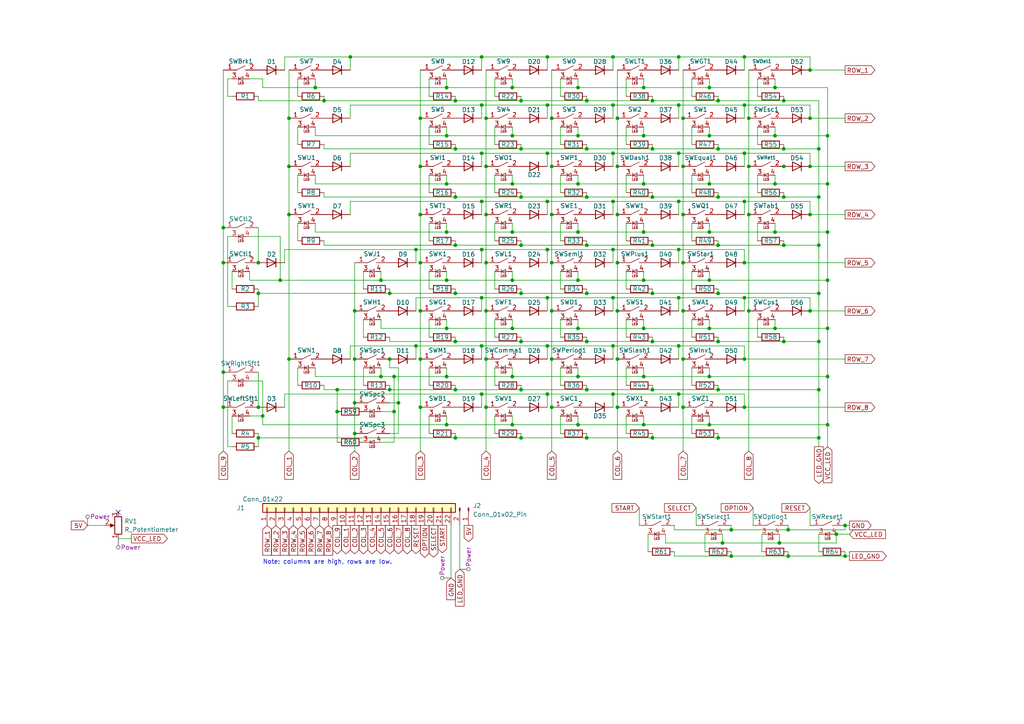
<source format=kicad_sch>
(kicad_sch (version 20250114) (generator "eeschema") (generator_version "9.0")
  (paper "A4")
  (title_block (title "Decent400 keyboard") (date "2025-11-18") (rev "3") (company "Decent Consulting") (comment 1 "Low-profile version"))
  (text "Note: columns are high, rows are low." (at 76.2 163.83 0) (effects (font (size 1.27 1.27)) (justify left bottom)))
  (junction (at 240.03 53.34))
  (junction (at 245.11 161.29))
  (junction (at 170.18 85.09))
  (junction (at 196.85 30.48))
  (junction (at 120.65 100.33))
  (junction (at 113.03 104.14))
  (junction (at 140.97 118.11))
  (junction (at 196.85 16.51))
  (junction (at 208.28 29.21))
  (junction (at 215.9 58.42))
  (junction (at 179.07 90.17))
  (junction (at 110.49 81.28))
  (junction (at 151.13 29.21))
  (junction (at 121.92 118.11))
  (junction (at 179.07 118.11))
  (junction (at 242.57 154.94))
  (junction (at 208.28 43.18))
  (junction (at 196.85 44.45))
  (junction (at 189.23 85.09))
  (junction (at 186.69 67.31))
  (junction (at 64.77 66.04))
  (junction (at 217.17 34.29))
  (junction (at 140.97 90.17))
  (junction (at 158.75 100.33))
  (junction (at 240.03 95.25))
  (junction (at 158.75 30.48))
  (junction (at 121.92 48.26))
  (junction (at 186.69 81.28))
  (junction (at 196.85 86.36))
  (junction (at 132.08 85.09))
  (junction (at 234.95 48.26))
  (junction (at 83.82 34.29))
  (junction (at 240.03 67.31))
  (junction (at 215.9 118.11))
  (junction (at 217.17 90.17))
  (junction (at 129.54 53.34))
  (junction (at 234.95 90.17))
  (junction (at 129.54 39.37))
  (junction (at 198.12 34.29))
  (junction (at 148.59 95.25))
  (junction (at 170.18 99.06))
  (junction (at 186.69 123.19))
  (junction (at 179.07 104.14))
  (junction (at 205.74 25.4))
  (junction (at 228.6 153.67))
  (junction (at 129.54 67.31))
  (junction (at 224.79 39.37))
  (junction (at 158.75 44.45))
  (junction (at 205.74 67.31))
  (junction (at 227.33 57.15))
  (junction (at 224.79 95.25))
  (junction (at 151.13 57.15))
  (junction (at 189.23 29.21))
  (junction (at 170.18 127))
  (junction (at 189.23 113.03))
  (junction (at 177.8 114.3))
  (junction (at 93.98 29.21))
  (junction (at 113.03 113.03))
  (junction (at 101.6 16.51))
  (junction (at 224.79 25.4))
  (junction (at 132.08 57.15))
  (junction (at 160.02 48.26))
  (junction (at 177.8 16.51))
  (junction (at 160.02 34.29))
  (junction (at 198.12 76.2))
  (junction (at 237.49 71.12))
  (junction (at 139.7 44.45))
  (junction (at 139.7 30.48))
  (junction (at 212.09 153.67))
  (junction (at 132.08 99.06))
  (junction (at 224.79 67.31))
  (junction (at 167.64 95.25))
  (junction (at 167.64 25.4))
  (junction (at 170.18 43.18))
  (junction (at 158.75 16.51))
  (junction (at 132.08 43.18))
  (junction (at 113.03 85.09))
  (junction (at 64.77 118.11))
  (junction (at 205.74 95.25))
  (junction (at 240.03 109.22))
  (junction (at 215.9 76.2))
  (junction (at 140.97 76.2))
  (junction (at 160.02 62.23))
  (junction (at 237.49 113.03))
  (junction (at 186.69 53.34))
  (junction (at 237.49 57.15))
  (junction (at 132.08 29.21))
  (junction (at 227.33 71.12))
  (junction (at 102.87 125.73))
  (junction (at 234.95 62.23))
  (junction (at 189.23 127))
  (junction (at 83.82 62.23))
  (junction (at 186.69 39.37))
  (junction (at 215.9 86.36))
  (junction (at 217.17 48.26))
  (junction (at 208.28 127))
  (junction (at 148.59 25.4))
  (junction (at 151.13 71.12))
  (junction (at 196.85 114.3))
  (junction (at 151.13 85.09))
  (junction (at 237.49 85.09))
  (junction (at 132.08 127))
  (junction (at 129.54 95.25))
  (junction (at 186.69 25.4))
  (junction (at 227.33 99.06))
  (junction (at 179.07 62.23))
  (junction (at 140.97 104.14))
  (junction (at 167.64 53.34))
  (junction (at 121.92 104.14))
  (junction (at 215.9 16.51))
  (junction (at 139.7 114.3))
  (junction (at 121.92 62.23))
  (junction (at 196.85 58.42))
  (junction (at 140.97 34.29))
  (junction (at 208.28 113.03))
  (junction (at 170.18 57.15))
  (junction (at 151.13 43.18))
  (junction (at 148.59 53.34))
  (junction (at 196.85 100.33))
  (junction (at 245.11 152.4))
  (junction (at 240.03 81.28))
  (junction (at 110.49 109.22))
  (junction (at 160.02 76.2))
  (junction (at 240.03 39.37))
  (junction (at 74.93 85.09))
  (junction (at 227.33 29.21))
  (junction (at 140.97 48.26))
  (junction (at 167.64 109.22))
  (junction (at 212.09 161.29))
  (junction (at 148.59 123.19))
  (junction (at 158.75 72.39))
  (junction (at 234.95 34.29))
  (junction (at 177.8 72.39))
  (junction (at 237.49 43.18))
  (junction (at 151.13 99.06))
  (junction (at 129.54 123.19))
  (junction (at 120.65 72.39))
  (junction (at 158.75 86.36))
  (junction (at 208.28 85.09))
  (junction (at 132.08 113.03))
  (junction (at 217.17 62.23))
  (junction (at 81.28 81.28))
  (junction (at 189.23 99.06))
  (junction (at 129.54 25.4))
  (junction (at 215.9 30.48))
  (junction (at 177.8 100.33))
  (junction (at 205.74 39.37))
  (junction (at 205.74 123.19))
  (junction (at 198.12 118.11))
  (junction (at 83.82 48.26))
  (junction (at 132.08 71.12))
  (junction (at 186.69 109.22))
  (junction (at 198.12 90.17))
  (junction (at 189.23 43.18))
  (junction (at 102.87 90.17))
  (junction (at 179.07 34.29))
  (junction (at 227.33 43.18))
  (junction (at 148.59 39.37))
  (junction (at 205.74 109.22))
  (junction (at 209.55 157.48))
  (junction (at 186.69 95.25))
  (junction (at 115.57 116.84))
  (junction (at 114.3 109.22))
  (junction (at 167.64 39.37))
  (junction (at 215.9 44.45))
  (junction (at 121.92 90.17))
  (junction (at 177.8 58.42))
  (junction (at 189.23 71.12))
  (junction (at 121.92 34.29))
  (junction (at 226.06 157.48))
  (junction (at 114.3 119.38))
  (junction (at 129.54 81.28))
  (junction (at 102.87 116.84))
  (junction (at 205.74 81.28))
  (junction (at 160.02 118.11))
  (junction (at 148.59 81.28))
  (junction (at 170.18 113.03))
  (junction (at 179.07 48.26))
  (junction (at 121.92 76.2))
  (junction (at 240.03 123.19))
  (junction (at 198.12 48.26))
  (junction (at 179.07 76.2))
  (junction (at 167.64 67.31))
  (junction (at 208.28 71.12))
  (junction (at 83.82 104.14))
  (junction (at 198.12 104.14))
  (junction (at 64.77 76.2))
  (junction (at 148.59 109.22))
  (junction (at 139.7 58.42))
  (junction (at 167.64 81.28))
  (junction (at 224.79 53.34))
  (junction (at 64.77 107.95))
  (junction (at 234.95 20.32))
  (junction (at 151.13 113.03))
  (junction (at 227.33 48.26))
  (junction (at 74.93 118.11))
  (junction (at 91.44 25.4))
  (junction (at 228.6 161.29))
  (junction (at 139.7 16.51))
  (junction (at 158.75 58.42))
  (junction (at 198.12 62.23))
  (junction (at 140.97 62.23))
  (junction (at 148.59 67.31))
  (junction (at 139.7 72.39))
  (junction (at 74.93 76.2))
  (junction (at 158.75 114.3))
  (junction (at 129.54 109.22))
  (junction (at 139.7 86.36))
  (junction (at 139.7 100.33))
  (junction (at 205.74 53.34))
  (junction (at 170.18 29.21))
  (junction (at 177.8 30.48))
  (junction (at 208.28 57.15))
  (junction (at 151.13 127))
  (junction (at 215.9 104.14))
  (junction (at 170.18 71.12))
  (junction (at 160.02 90.17))
  (junction (at 97.79 113.03))
  (junction (at 177.8 86.36))
  (junction (at 76.2 120.65))
  (junction (at 160.02 104.14))
  (junction (at 189.23 57.15))
  (junction (at 74.93 127))
  (junction (at 102.87 104.14))
  (junction (at 237.49 99.06))
  (junction (at 208.28 99.06))
  (junction (at 196.85 72.39))
  (junction (at 237.49 127))
  (junction (at 177.8 44.45))
  (junction (at 167.64 123.19))
  (junction (at 97.79 119.38))
  (no_connect (at 34.29 148.59))
  (wire (pts (xy 240.03 123.19) (xy 240.03 129.54)))
  (wire (pts (xy 189.23 127) (xy 189.23 125.73)))
  (wire (pts (xy 74.93 127) (xy 132.08 127)))
  (wire (pts (xy 205.74 81.28) (xy 240.03 81.28)))
  (wire (pts (xy 208.28 99.06) (xy 227.33 99.06)))
  (wire (pts (xy 110.49 128.27) (xy 114.3 128.27)))
  (wire (pts (xy 93.98 43.18) (xy 93.98 41.91)))
  (wire (pts (xy 189.23 85.09) (xy 208.28 85.09)))
  (wire (pts (xy 162.56 50.8) (xy 162.56 55.88)))
  (wire (pts (xy 245.11 152.4) (xy 246.38 152.4)))
  (wire (pts (xy 208.28 43.18) (xy 208.28 41.91)))
  (wire (pts (xy 132.08 85.09) (xy 132.08 83.82)))
  (wire (pts (xy 167.64 109.22) (xy 167.64 106.68)))
  (wire (pts (xy 186.69 78.74) (xy 186.69 81.28)))
  (wire (pts (xy 74.93 83.82) (xy 74.93 85.09)))
  (wire (pts (xy 160.02 90.17) (xy 160.02 104.14)))
  (wire (pts (xy 151.13 43.18) (xy 170.18 43.18)))
  (wire (pts (xy 226.06 48.26) (xy 227.33 48.26)))
  (wire (pts (xy 132.08 99.06) (xy 113.03 99.06)))
  (wire (pts (xy 189.23 85.09) (xy 170.18 85.09)))
  (wire (pts (xy 227.33 29.21) (xy 237.49 29.21)))
  (wire (pts (xy 140.97 118.11) (xy 140.97 130.81)))
  (wire (pts (xy 86.36 106.68) (xy 86.36 111.76)))
  (wire (pts (xy 167.64 81.28) (xy 148.59 81.28)))
  (wire (pts (xy 212.09 153.67) (xy 228.6 153.67)))
  (wire (pts (xy 196.85 86.36) (xy 196.85 90.17)))
  (wire (pts (xy 143.51 106.68) (xy 143.51 111.76)))
  (wire (pts (xy 72.39 120.65) (xy 76.2 120.65)))
  (wire (pts (xy 140.97 90.17) (xy 140.97 104.14)))
  (wire (pts (xy 158.75 16.51) (xy 177.8 16.51)))
  (wire (pts (xy 224.79 67.31) (xy 224.79 64.77)))
  (wire (pts (xy 148.59 67.31) (xy 129.54 67.31)))
  (wire (pts (xy 162.56 36.83) (xy 162.56 41.91)))
  (wire (pts (xy 186.69 53.34) (xy 186.69 50.8)))
  (wire (pts (xy 64.77 76.2) (xy 64.77 107.95)))
  (wire (pts (xy 64.77 20.32) (xy 64.77 66.04)))
  (wire (pts (xy 143.51 36.83) (xy 143.51 41.91)))
  (wire (pts (xy 237.49 71.12) (xy 237.49 85.09)))
  (wire (pts (xy 177.8 114.3) (xy 196.85 114.3)))
  (wire (pts (xy 34.29 156.21) (xy 38.1 156.21)))
  (wire (pts (xy 186.69 81.28) (xy 167.64 81.28)))
  (wire (pts (xy 189.23 57.15) (xy 208.28 57.15)))
  (wire (pts (xy 205.74 67.31) (xy 205.74 64.77)))
  (wire (pts (xy 66.04 129.54) (xy 67.31 129.54)))
  (wire (pts (xy 143.51 50.8) (xy 143.51 55.88)))
  (wire (pts (xy 186.69 81.28) (xy 205.74 81.28)))
  (wire (pts (xy 121.92 62.23) (xy 121.92 76.2)))
  (wire (pts (xy 189.23 113.03) (xy 170.18 113.03)))
  (wire (pts (xy 196.85 114.3) (xy 215.9 114.3)))
  (wire (pts (xy 132.08 85.09) (xy 113.03 85.09)))
  (wire (pts (xy 167.64 25.4) (xy 167.64 22.86)))
  (wire (pts (xy 129.54 109.22) (xy 114.3 109.22)))
  (wire (pts (xy 189.23 71.12) (xy 208.28 71.12)))
  (wire (pts (xy 114.3 119.38) (xy 114.3 109.22)))
  (wire (pts (xy 133.35 165.1) (xy 133.35 152.4)))
  (wire (pts (xy 170.18 29.21) (xy 151.13 29.21)))
  (wire (pts (xy 189.23 43.18) (xy 189.23 41.91)))
  (wire (pts (xy 160.02 48.26) (xy 160.02 62.23)))
  (wire (pts (xy 83.82 34.29) (xy 83.82 48.26)))
  (wire (pts (xy 167.64 123.19) (xy 167.64 120.65)))
  (wire (pts (xy 167.64 53.34) (xy 167.64 50.8)))
  (wire (pts (xy 91.44 25.4) (xy 91.44 22.86)))
  (wire (pts (xy 120.65 86.36) (xy 139.7 86.36)))
  (wire (pts (xy 132.08 99.06) (xy 132.08 97.79)))
  (wire (pts (xy 242.57 154.94) (xy 246.38 154.94)))
  (wire (pts (xy 189.23 99.06) (xy 208.28 99.06)))
  (wire (pts (xy 97.79 113.03) (xy 93.98 113.03)))
  (wire (pts (xy 205.74 95.25) (xy 224.79 95.25)))
  (wire (pts (xy 102.87 76.2) (xy 102.87 90.17)))
  (wire (pts (xy 186.69 67.31) (xy 167.64 67.31)))
  (wire (pts (xy 245.11 153.67) (xy 228.6 153.67)))
  (wire (pts (xy 113.03 85.09) (xy 113.03 83.82)))
  (wire (pts (xy 158.75 30.48) (xy 177.8 30.48)))
  (wire (pts (xy 82.55 20.32) (xy 82.55 16.51)))
  (wire (pts (xy 205.74 78.74) (xy 205.74 81.28)))
  (wire (pts (xy 179.07 104.14) (xy 179.07 118.11)))
  (wire (pts (xy 93.98 55.88) (xy 93.98 57.15)))
  (wire (pts (xy 130.81 167.64) (xy 130.81 152.4)))
  (wire (pts (xy 139.7 72.39) (xy 158.75 72.39)))
  (wire (pts (xy 132.08 127) (xy 132.08 125.73)))
  (wire (pts (xy 189.23 69.85) (xy 189.23 71.12)))
  (wire (pts (xy 139.7 86.36) (xy 158.75 86.36)))
  (wire (pts (xy 124.46 22.86) (xy 124.46 27.94)))
  (wire (pts (xy 160.02 104.14) (xy 160.02 118.11)))
  (wire (pts (xy 129.54 25.4) (xy 129.54 22.86)))
  (wire (pts (xy 158.75 100.33) (xy 158.75 104.14)))
  (wire (pts (xy 170.18 71.12) (xy 151.13 71.12)))
  (wire (pts (xy 101.6 34.29) (xy 101.6 30.48)))
  (wire (pts (xy 66.04 27.94) (xy 67.31 27.94)))
  (wire (pts (xy 208.28 127) (xy 189.23 127)))
  (wire (pts (xy 74.93 85.09) (xy 113.03 85.09)))
  (wire (pts (xy 148.59 67.31) (xy 148.59 64.77)))
  (wire (pts (xy 189.23 127) (xy 170.18 127)))
  (wire (pts (xy 227.33 71.12) (xy 227.33 69.85)))
  (wire (pts (xy 143.51 22.86) (xy 143.51 27.94)))
  (wire (pts (xy 115.57 125.73) (xy 113.03 125.73)))
  (wire (pts (xy 113.03 99.06) (xy 113.03 97.79)))
  (wire (pts (xy 160.02 20.32) (xy 160.02 34.29)))
  (wire (pts (xy 114.3 109.22) (xy 110.49 109.22)))
  (wire (pts (xy 140.97 104.14) (xy 140.97 118.11)))
  (wire (pts (xy 101.6 100.33) (xy 120.65 100.33)))
  (wire (pts (xy 196.85 44.45) (xy 215.9 44.45)))
  (wire (pts (xy 158.75 58.42) (xy 177.8 58.42)))
  (wire (pts (xy 208.28 57.15) (xy 208.28 55.88)))
  (wire (pts (xy 76.2 123.19) (xy 129.54 123.19)))
  (wire (pts (xy 240.03 25.4) (xy 240.03 39.37)))
  (wire (pts (xy 195.58 153.67) (xy 212.09 153.67)))
  (wire (pts (xy 148.59 25.4) (xy 129.54 25.4)))
  (wire (pts (xy 167.64 67.31) (xy 167.64 64.77)))
  (wire (pts (xy 234.95 62.23) (xy 245.11 62.23)))
  (wire (pts (xy 158.75 58.42) (xy 158.75 62.23)))
  (wire (pts (xy 162.56 64.77) (xy 162.56 69.85)))
  (wire (pts (xy 208.28 127) (xy 237.49 127)))
  (wire (pts (xy 205.74 67.31) (xy 224.79 67.31)))
  (wire (pts (xy 237.49 57.15) (xy 237.49 71.12)))
  (wire (pts (xy 129.54 81.28) (xy 129.54 78.74)))
  (wire (pts (xy 217.17 48.26) (xy 217.17 62.23)))
  (wire (pts (xy 91.44 53.34) (xy 91.44 50.8)))
  (wire (pts (xy 74.93 125.73) (xy 74.93 127)))
  (wire (pts (xy 186.69 95.25) (xy 167.64 95.25)))
  (wire (pts (xy 186.69 109.22) (xy 186.69 106.68)))
  (wire (pts (xy 151.13 85.09) (xy 151.13 83.82)))
  (wire (pts (xy 224.79 25.4) (xy 224.79 22.86)))
  (wire (pts (xy 177.8 86.36) (xy 177.8 90.17)))
  (wire (pts (xy 114.3 128.27) (xy 114.3 119.38)))
  (wire (pts (xy 139.7 86.36) (xy 139.7 90.17)))
  (wire (pts (xy 200.66 36.83) (xy 200.66 41.91)))
  (wire (pts (xy 132.08 71.12) (xy 93.98 71.12)))
  (wire (pts (xy 209.55 157.48) (xy 226.06 157.48)))
  (wire (pts (xy 148.59 53.34) (xy 148.59 50.8)))
  (wire (pts (xy 196.85 58.42) (xy 215.9 58.42)))
  (wire (pts (xy 198.12 90.17) (xy 198.12 104.14)))
  (wire (pts (xy 158.75 72.39) (xy 177.8 72.39)))
  (wire (pts (xy 234.95 44.45) (xy 234.95 48.26)))
  (wire (pts (xy 83.82 20.32) (xy 83.82 34.29)))
  (wire (pts (xy 93.98 113.03) (xy 93.98 111.76)))
  (wire (pts (xy 151.13 113.03) (xy 151.13 111.76)))
  (wire (pts (xy 162.56 106.68) (xy 162.56 111.76)))
  (wire (pts (xy 102.87 116.84) (xy 102.87 125.73)))
  (wire (pts (xy 215.9 16.51) (xy 215.9 20.32)))
  (wire (pts (xy 120.65 90.17) (xy 120.65 86.36)))
  (wire (pts (xy 167.64 109.22) (xy 148.59 109.22)))
  (wire (pts (xy 224.79 95.25) (xy 240.03 95.25)))
  (wire (pts (xy 121.92 34.29) (xy 121.92 48.26)))
  (wire (pts (xy 196.85 30.48) (xy 215.9 30.48)))
  (wire (pts (xy 170.18 43.18) (xy 189.23 43.18)))
  (wire (pts (xy 208.28 111.76) (xy 208.28 113.03)))
  (wire (pts (xy 167.64 67.31) (xy 148.59 67.31)))
  (wire (pts (xy 67.31 22.86) (xy 66.04 22.86)))
  (wire (pts (xy 148.59 39.37) (xy 148.59 36.83)))
  (wire (pts (xy 162.56 22.86) (xy 162.56 27.94)))
  (wire (pts (xy 82.55 118.11) (xy 82.55 114.3)))
  (wire (pts (xy 151.13 29.21) (xy 151.13 27.94)))
  (wire (pts (xy 66.04 22.86) (xy 66.04 27.94)))
  (wire (pts (xy 224.79 25.4) (xy 205.74 25.4)))
  (wire (pts (xy 158.75 114.3) (xy 158.75 118.11)))
  (wire (pts (xy 224.79 53.34) (xy 224.79 50.8)))
  (wire (pts (xy 187.96 154.94) (xy 187.96 160.02)))
  (wire (pts (xy 205.74 123.19) (xy 186.69 123.19)))
  (wire (pts (xy 205.74 53.34) (xy 186.69 53.34)))
  (wire (pts (xy 205.74 36.83) (xy 205.74 39.37)))
  (wire (pts (xy 139.7 100.33) (xy 158.75 100.33)))
  (wire (pts (xy 124.46 106.68) (xy 124.46 111.76)))
  (wire (pts (xy 158.75 86.36) (xy 177.8 86.36)))
  (wire (pts (xy 234.95 90.17) (xy 245.11 90.17)))
  (wire (pts (xy 234.95 30.48) (xy 234.95 34.29)))
  (wire (pts (xy 143.51 120.65) (xy 143.51 125.73)))
  (wire (pts (xy 215.9 16.51) (xy 234.95 16.51)))
  (wire (pts (xy 237.49 154.94) (xy 237.49 160.02)))
  (wire (pts (xy 160.02 76.2) (xy 160.02 90.17)))
  (wire (pts (xy 228.6 161.29) (xy 228.6 160.02)))
  (wire (pts (xy 151.13 99.06) (xy 132.08 99.06)))
  (wire (pts (xy 139.7 100.33) (xy 139.7 104.14)))
  (wire (pts (xy 245.11 152.4) (xy 245.11 153.67)))
  (wire (pts (xy 186.69 92.71) (xy 186.69 95.25)))
  (wire (pts (xy 83.82 48.26) (xy 83.82 62.23)))
  (wire (pts (xy 97.79 119.38) (xy 97.79 128.27)))
  (wire (pts (xy 189.23 29.21) (xy 208.28 29.21)))
  (wire (pts (xy 121.92 90.17) (xy 121.92 104.14)))
  (wire (pts (xy 105.41 106.68) (xy 105.41 111.76)))
  (wire (pts (xy 234.95 58.42) (xy 234.95 62.23)))
  (wire (pts (xy 196.85 114.3) (xy 196.85 118.11)))
  (wire (pts (xy 139.7 30.48) (xy 158.75 30.48)))
  (wire (pts (xy 129.54 95.25) (xy 129.54 92.71)))
  (wire (pts (xy 189.23 43.18) (xy 208.28 43.18)))
  (wire (pts (xy 132.08 43.18) (xy 93.98 43.18)))
  (wire (pts (xy 179.07 62.23) (xy 179.07 76.2)))
  (wire (pts (xy 132.08 71.12) (xy 132.08 69.85)))
  (wire (pts (xy 67.31 120.65) (xy 67.31 125.73)))
  (wire (pts (xy 151.13 41.91) (xy 151.13 43.18)))
  (wire (pts (xy 177.8 86.36) (xy 196.85 86.36)))
  (wire (pts (xy 219.71 50.8) (xy 219.71 55.88)))
  (wire (pts (xy 151.13 43.18) (xy 132.08 43.18)))
  (wire (pts (xy 186.69 123.19) (xy 186.69 120.65)))
  (wire (pts (xy 205.74 109.22) (xy 186.69 109.22)))
  (wire (pts (xy 101.6 58.42) (xy 139.7 58.42)))
  (wire (pts (xy 208.28 97.79) (xy 208.28 99.06)))
  (wire (pts (xy 234.95 48.26) (xy 245.11 48.26)))
  (wire (pts (xy 186.69 39.37) (xy 186.69 36.83)))
  (wire (pts (xy 179.07 20.32) (xy 179.07 34.29)))
  (wire (pts (xy 120.65 100.33) (xy 139.7 100.33)))
  (wire (pts (xy 148.59 53.34) (xy 129.54 53.34)))
  (wire (pts (xy 215.9 114.3) (xy 215.9 118.11)))
  (wire (pts (xy 242.57 157.48) (xy 242.57 154.94)))
  (wire (pts (xy 67.31 110.49) (xy 66.04 110.49)))
  (wire (pts (xy 115.57 116.84) (xy 115.57 106.68)))
  (wire (pts (xy 121.92 20.32) (xy 121.92 34.29)))
  (wire (pts (xy 129.54 123.19) (xy 129.54 120.65)))
  (wire (pts (xy 237.49 43.18) (xy 237.49 57.15)))
  (wire (pts (xy 151.13 127) (xy 151.13 125.73)))
  (wire (pts (xy 151.13 71.12) (xy 132.08 71.12)))
  (wire (pts (xy 105.41 92.71) (xy 105.41 97.79)))
  (wire (pts (xy 167.64 39.37) (xy 167.64 36.83)))
  (wire (pts (xy 227.33 41.91) (xy 227.33 43.18)))
  (wire (pts (xy 224.79 39.37) (xy 224.79 36.83)))
  (wire (pts (xy 151.13 57.15) (xy 170.18 57.15)))
  (wire (pts (xy 124.46 92.71) (xy 124.46 97.79)))
  (wire (pts (xy 177.8 16.51) (xy 196.85 16.51)))
  (wire (pts (xy 177.8 114.3) (xy 177.8 118.11)))
  (wire (pts (xy 160.02 118.11) (xy 160.02 130.81)))
  (wire (pts (xy 140.97 48.26) (xy 140.97 62.23)))
  (wire (pts (xy 139.7 114.3) (xy 139.7 118.11)))
  (wire (pts (xy 208.28 29.21) (xy 227.33 29.21)))
  (wire (pts (xy 170.18 113.03) (xy 170.18 111.76)))
  (wire (pts (xy 234.95 20.32) (xy 245.11 20.32)))
  (wire (pts (xy 158.75 114.3) (xy 177.8 114.3)))
  (wire (pts (xy 193.04 157.48) (xy 209.55 157.48)))
  (wire (pts (xy 158.75 100.33) (xy 177.8 100.33)))
  (wire (pts (xy 129.54 53.34) (xy 129.54 50.8)))
  (wire (pts (xy 151.13 29.21) (xy 132.08 29.21)))
  (wire (pts (xy 140.97 20.32) (xy 140.97 34.29)))
  (wire (pts (xy 186.69 25.4) (xy 167.64 25.4)))
  (wire (pts (xy 120.65 100.33) (xy 120.65 104.14)))
  (wire (pts (xy 110.49 95.25) (xy 110.49 92.71)))
  (wire (pts (xy 179.07 76.2) (xy 179.07 90.17)))
  (wire (pts (xy 217.17 34.29) (xy 217.17 48.26)))
  (wire (pts (xy 208.28 127) (xy 208.28 125.73)))
  (wire (pts (xy 181.61 120.65) (xy 181.61 125.73)))
  (wire (pts (xy 86.36 22.86) (xy 86.36 27.94)))
  (wire (pts (xy 66.04 88.9) (xy 67.31 88.9)))
  (wire (pts (xy 139.7 16.51) (xy 158.75 16.51)))
  (wire (pts (xy 132.08 57.15) (xy 151.13 57.15)))
  (wire (pts (xy 177.8 100.33) (xy 196.85 100.33)))
  (wire (pts (xy 81.28 81.28) (xy 110.49 81.28)))
  (wire (pts (xy 234.95 86.36) (xy 234.95 90.17)))
  (wire (pts (xy 208.28 71.12) (xy 227.33 71.12)))
  (wire (pts (xy 72.39 68.58) (xy 81.28 68.58)))
  (wire (pts (xy 212.09 161.29) (xy 212.09 160.02)))
  (wire (pts (xy 177.8 72.39) (xy 177.8 76.2)))
  (wire (pts (xy 148.59 109.22) (xy 129.54 109.22)))
  (wire (pts (xy 110.49 119.38) (xy 114.3 119.38)))
  (wire (pts (xy 143.51 64.77) (xy 143.51 69.85)))
  (wire (pts (xy 102.87 125.73) (xy 102.87 130.81)))
  (wire (pts (xy 101.6 62.23) (xy 101.6 58.42)))
  (wire (pts (xy 186.69 25.4) (xy 186.69 22.86)))
  (wire (pts (xy 198.12 20.32) (xy 198.12 34.29)))
  (wire (pts (xy 240.03 67.31) (xy 240.03 81.28)))
  (wire (pts (xy 201.93 147.32) (xy 201.93 152.4)))
  (wire (pts (xy 74.93 85.09) (xy 74.93 88.9)))
  (wire (pts (xy 162.56 78.74) (xy 162.56 83.82)))
  (wire (pts (xy 82.55 76.2) (xy 82.55 72.39)))
  (wire (pts (xy 67.31 68.58) (xy 66.04 68.58)))
  (wire (pts (xy 167.64 25.4) (xy 148.59 25.4)))
  (wire (pts (xy 170.18 57.15) (xy 189.23 57.15)))
  (wire (pts (xy 93.98 29.21) (xy 132.08 29.21)))
  (wire (pts (xy 129.54 109.22) (xy 129.54 106.68)))
  (wire (pts (xy 204.47 154.94) (xy 204.47 160.02)))
  (wire (pts (xy 91.44 109.22) (xy 91.44 106.68)))
  (wire (pts (xy 82.55 16.51) (xy 101.6 16.51)))
  (wire (pts (xy 91.44 25.4) (xy 129.54 25.4)))
  (wire (pts (xy 72.39 110.49) (xy 76.2 110.49)))
  (wire (pts (xy 139.7 44.45) (xy 158.75 44.45)))
  (wire (pts (xy 151.13 57.15) (xy 151.13 55.88)))
  (wire (pts (xy 219.71 22.86) (xy 219.71 27.94)))
  (wire (pts (xy 82.55 72.39) (xy 120.65 72.39)))
  (wire (pts (xy 177.8 30.48) (xy 177.8 34.29)))
  (wire (pts (xy 208.28 71.12) (xy 208.28 69.85)))
  (wire (pts (xy 74.93 27.94) (xy 74.93 29.21)))
  (wire (pts (xy 170.18 99.06) (xy 151.13 99.06)))
  (wire (pts (xy 217.17 20.32) (xy 217.17 34.29)))
  (wire (pts (xy 148.59 25.4) (xy 148.59 22.86)))
  (wire (pts (xy 148.59 81.28) (xy 148.59 78.74)))
  (wire (pts (xy 167.64 81.28) (xy 167.64 78.74)))
  (wire (pts (xy 208.28 83.82) (xy 208.28 85.09)))
  (wire (pts (xy 170.18 57.15) (xy 170.18 55.88)))
  (wire (pts (xy 200.66 22.86) (xy 200.66 27.94)))
  (wire (pts (xy 139.7 114.3) (xy 158.75 114.3)))
  (wire (pts (xy 198.12 62.23) (xy 198.12 76.2)))
  (wire (pts (xy 151.13 127) (xy 132.08 127)))
  (wire (pts (xy 208.28 113.03) (xy 237.49 113.03)))
  (wire (pts (xy 189.23 27.94) (xy 189.23 29.21)))
  (wire (pts (xy 227.33 43.18) (xy 208.28 43.18)))
  (wire (pts (xy 198.12 76.2) (xy 198.12 90.17)))
  (wire (pts (xy 200.66 106.68) (xy 200.66 111.76)))
  (wire (pts (xy 186.69 64.77) (xy 186.69 67.31)))
  (wire (pts (xy 215.9 30.48) (xy 215.9 34.29)))
  (wire (pts (xy 217.17 90.17) (xy 217.17 130.81)))
  (wire (pts (xy 72.39 78.74) (xy 72.39 81.28)))
  (wire (pts (xy 64.77 66.04) (xy 64.77 76.2)))
  (wire (pts (xy 237.49 29.21) (xy 237.49 43.18)))
  (wire (pts (xy 212.09 152.4) (xy 212.09 153.67)))
  (wire (pts (xy 148.59 39.37) (xy 129.54 39.37)))
  (wire (pts (xy 186.69 95.25) (xy 205.74 95.25)))
  (wire (pts (xy 121.92 48.26) (xy 121.92 62.23)))
  (wire (pts (xy 115.57 116.84) (xy 115.57 125.73)))
  (wire (pts (xy 25.4 152.4) (xy 30.48 152.4)))
  (wire (pts (xy 215.9 58.42) (xy 215.9 62.23)))
  (wire (pts (xy 115.57 106.68) (xy 113.03 106.68)))
  (wire (pts (xy 186.69 123.19) (xy 167.64 123.19)))
  (wire (pts (xy 129.54 67.31) (xy 129.54 64.77)))
  (wire (pts (xy 198.12 48.26) (xy 198.12 62.23)))
  (wire (pts (xy 148.59 123.19) (xy 148.59 120.65)))
  (wire (pts (xy 83.82 62.23) (xy 83.82 104.14)))
  (wire (pts (xy 205.74 92.71) (xy 205.74 95.25)))
  (wire (pts (xy 219.71 64.77) (xy 219.71 69.85)))
  (wire (pts (xy 177.8 58.42) (xy 177.8 62.23)))
  (wire (pts (xy 196.85 72.39) (xy 196.85 76.2)))
  (wire (pts (xy 160.02 34.29) (xy 160.02 48.26)))
  (wire (pts (xy 113.03 113.03) (xy 97.79 113.03)))
  (wire (pts (xy 186.69 109.22) (xy 167.64 109.22)))
  (wire (pts (xy 189.23 97.79) (xy 189.23 99.06)))
  (wire (pts (xy 196.85 72.39) (xy 215.9 72.39)))
  (wire (pts (xy 177.8 44.45) (xy 177.8 48.26)))
  (wire (pts (xy 189.23 99.06) (xy 170.18 99.06)))
  (wire (pts (xy 177.8 72.39) (xy 196.85 72.39)))
  (wire (pts (xy 181.61 64.77) (xy 181.61 69.85)))
  (wire (pts (xy 140.97 76.2) (xy 140.97 90.17)))
  (wire (pts (xy 224.79 39.37) (xy 240.03 39.37)))
  (wire (pts (xy 186.69 67.31) (xy 205.74 67.31)))
  (wire (pts (xy 64.77 118.11) (xy 64.77 130.81)))
  (wire (pts (xy 186.69 53.34) (xy 167.64 53.34)))
  (wire (pts (xy 143.51 78.74) (xy 143.51 83.82)))
  (wire (pts (xy 167.64 123.19) (xy 148.59 123.19)))
  (wire (pts (xy 101.6 48.26) (xy 101.6 44.45)))
  (wire (pts (xy 177.8 44.45) (xy 196.85 44.45)))
  (wire (pts (xy 140.97 34.29) (xy 140.97 48.26)))
  (wire (pts (xy 167.64 95.25) (xy 148.59 95.25)))
  (wire (pts (xy 234.95 16.51) (xy 234.95 20.32)))
  (wire (pts (xy 151.13 99.06) (xy 151.13 97.79)))
  (wire (pts (xy 74.93 127) (xy 74.93 129.54)))
  (wire (pts (xy 121.92 118.11) (xy 121.92 130.81)))
  (wire (pts (xy 110.49 109.22) (xy 91.44 109.22)))
  (wire (pts (xy 181.61 22.86) (xy 181.61 27.94)))
  (wire (pts (xy 74.93 29.21) (xy 93.98 29.21)))
  (wire (pts (xy 215.9 100.33) (xy 215.9 104.14)))
  (wire (pts (xy 113.03 106.68) (xy 113.03 104.14)))
  (wire (pts (xy 179.07 118.11) (xy 179.07 130.81)))
  (wire (pts (xy 148.59 109.22) (xy 148.59 106.68)))
  (wire (pts (xy 91.44 39.37) (xy 91.44 36.83)))
  (wire (pts (xy 217.17 62.23) (xy 217.17 90.17)))
  (wire (pts (xy 227.33 43.18) (xy 237.49 43.18)))
  (wire (pts (xy 186.69 39.37) (xy 167.64 39.37)))
  (wire (pts (xy 196.85 44.45) (xy 196.85 48.26)))
  (wire (pts (xy 158.75 30.48) (xy 158.75 34.29)))
  (wire (pts (xy 208.28 29.21) (xy 208.28 27.94)))
  (wire (pts (xy 101.6 104.14) (xy 101.6 100.33)))
  (wire (pts (xy 124.46 120.65) (xy 124.46 125.73)))
  (wire (pts (xy 113.03 113.03) (xy 113.03 111.76)))
  (wire (pts (xy 228.6 153.67) (xy 228.6 152.4)))
  (wire (pts (xy 234.95 34.29) (xy 245.11 34.29)))
  (wire (pts (xy 102.87 90.17) (xy 102.87 104.14)))
  (wire (pts (xy 132.08 43.18) (xy 132.08 41.91)))
  (wire (pts (xy 177.8 30.48) (xy 196.85 30.48)))
  (wire (pts (xy 200.66 120.65) (xy 200.66 125.73)))
  (wire (pts (xy 101.6 16.51) (xy 139.7 16.51)))
  (wire (pts (xy 66.04 68.58) (xy 66.04 88.9)))
  (wire (pts (xy 205.74 39.37) (xy 224.79 39.37)))
  (wire (pts (xy 179.07 48.26) (xy 179.07 62.23)))
  (wire (pts (xy 220.98 154.94) (xy 220.98 160.02)))
  (wire (pts (xy 97.79 113.03) (xy 97.79 119.38)))
  (wire (pts (xy 132.08 113.03) (xy 113.03 113.03)))
  (wire (pts (xy 91.44 67.31) (xy 91.44 64.77)))
  (wire (pts (xy 121.92 104.14) (xy 121.92 118.11)))
  (wire (pts (xy 170.18 85.09) (xy 170.18 83.82)))
  (wire (pts (xy 76.2 25.4) (xy 91.44 25.4)))
  (wire (pts (xy 215.9 76.2) (xy 245.11 76.2)))
  (wire (pts (xy 170.18 127) (xy 170.18 125.73)))
  (wire (pts (xy 120.65 72.39) (xy 139.7 72.39)))
  (wire (pts (xy 181.61 36.83) (xy 181.61 41.91)))
  (wire (pts (xy 93.98 71.12) (xy 93.98 69.85)))
  (wire (pts (xy 158.75 86.36) (xy 158.75 90.17)))
  (wire (pts (xy 170.18 127) (xy 151.13 127)))
  (wire (pts (xy 215.9 86.36) (xy 215.9 90.17)))
  (wire (pts (xy 200.66 50.8) (xy 200.66 55.88)))
  (wire (pts (xy 189.23 71.12) (xy 170.18 71.12)))
  (wire (pts (xy 170.18 29.21) (xy 189.23 29.21)))
  (wire (pts (xy 148.59 95.25) (xy 148.59 92.71)))
  (wire (pts (xy 139.7 16.51) (xy 139.7 20.32)))
  (wire (pts (xy 74.93 107.95) (xy 74.93 118.11)))
  (wire (pts (xy 215.9 44.45) (xy 215.9 48.26)))
  (wire (pts (xy 139.7 72.39) (xy 139.7 76.2)))
  (wire (pts (xy 139.7 58.42) (xy 139.7 62.23)))
  (wire (pts (xy 148.59 95.25) (xy 129.54 95.25)))
  (wire (pts (xy 196.85 58.42) (xy 196.85 62.23)))
  (wire (pts (xy 170.18 99.06) (xy 170.18 97.79)))
  (wire (pts (xy 179.07 90.17) (xy 179.07 104.14)))
  (wire (pts (xy 93.98 29.21) (xy 93.98 27.94)))
  (wire (pts (xy 219.71 36.83) (xy 219.71 41.91)))
  (wire (pts (xy 189.23 57.15) (xy 189.23 55.88)))
  (wire (pts (xy 205.74 53.34) (xy 224.79 53.34)))
  (wire (pts (xy 240.03 81.28) (xy 240.03 95.25)))
  (wire (pts (xy 189.23 111.76) (xy 189.23 113.03)))
  (wire (pts (xy 237.49 127) (xy 237.49 129.54)))
  (wire (pts (xy 179.07 34.29) (xy 179.07 48.26)))
  (wire (pts (xy 245.11 161.29) (xy 246.38 161.29)))
  (wire (pts (xy 74.93 66.04) (xy 74.93 76.2)))
  (wire (pts (xy 245.11 160.02) (xy 245.11 161.29)))
  (wire (pts (xy 167.64 95.25) (xy 167.64 92.71)))
  (wire (pts (xy 162.56 92.71) (xy 162.56 97.79)))
  (wire (pts (xy 102.87 104.14) (xy 102.87 116.84)))
  (wire (pts (xy 132.08 57.15) (xy 132.08 55.88)))
  (wire (pts (xy 82.55 114.3) (xy 139.7 114.3)))
  (wire (pts (xy 215.9 118.11) (xy 245.11 118.11)))
  (wire (pts (xy 196.85 100.33) (xy 215.9 100.33)))
  (wire (pts (xy 129.54 95.25) (xy 110.49 95.25)))
  (wire (pts (xy 224.79 95.25) (xy 224.79 92.71)))
  (wire (pts (xy 132.08 29.21) (xy 132.08 27.94)))
  (wire (pts (xy 208.28 57.15) (xy 227.33 57.15)))
  (wire (pts (xy 205.74 53.34) (xy 205.74 50.8)))
  (wire (pts (xy 215.9 58.42) (xy 234.95 58.42)))
  (wire (pts (xy 219.71 92.71) (xy 219.71 97.79)))
  (wire (pts (xy 226.06 154.94) (xy 226.06 157.48)))
  (wire (pts (xy 200.66 64.77) (xy 200.66 69.85)))
  (wire (pts (xy 181.61 92.71) (xy 181.61 97.79)))
  (wire (pts (xy 158.75 44.45) (xy 158.75 48.26)))
  (wire (pts (xy 110.49 109.22) (xy 110.49 106.68)))
  (wire (pts (xy 177.8 16.51) (xy 177.8 20.32)))
  (wire (pts (xy 205.74 123.19) (xy 205.74 120.65)))
  (wire (pts (xy 240.03 53.34) (xy 240.03 67.31)))
  (wire (pts (xy 177.8 100.33) (xy 177.8 104.14)))
  (wire (pts (xy 167.64 53.34) (xy 148.59 53.34)))
  (wire (pts (xy 101.6 16.51) (xy 101.6 20.32)))
  (wire (pts (xy 170.18 71.12) (xy 170.18 69.85)))
  (wire (pts (xy 237.49 113.03) (xy 237.49 127)))
  (wire (pts (xy 228.6 161.29) (xy 212.09 161.29)))
  (wire (pts (xy 185.42 147.32) (xy 185.42 152.4)))
  (wire (pts (xy 209.55 154.94) (xy 209.55 157.48)))
  (wire (pts (xy 139.7 30.48) (xy 139.7 34.29)))
  (wire (pts (xy 139.7 44.45) (xy 139.7 48.26)))
  (wire (pts (xy 189.23 83.82) (xy 189.23 85.09)))
  (wire (pts (xy 113.03 116.84) (xy 115.57 116.84)))
  (wire (pts (xy 162.56 120.65) (xy 162.56 125.73)))
  (wire (pts (xy 139.7 58.42) (xy 158.75 58.42)))
  (wire (pts (xy 140.97 62.23) (xy 140.97 76.2)))
  (wire (pts (xy 177.8 58.42) (xy 196.85 58.42)))
  (wire (pts (xy 218.44 147.32) (xy 218.44 152.4)))
  (wire (pts (xy 129.54 67.31) (xy 91.44 67.31)))
  (wire (pts (xy 196.85 16.51) (xy 215.9 16.51)))
  (wire (pts (xy 105.41 78.74) (xy 105.41 83.82)))
  (wire (pts (xy 200.66 92.71) (xy 200.66 97.79)))
  (wire (pts (xy 158.75 16.51) (xy 158.75 20.32)))
  (wire (pts (xy 224.79 53.34) (xy 240.03 53.34)))
  (wire (pts (xy 215.9 86.36) (xy 234.95 86.36)))
  (wire (pts (xy 181.61 106.68) (xy 181.61 111.76)))
  (wire (pts (xy 67.31 78.74) (xy 67.31 83.82)))
  (wire (pts (xy 226.06 157.48) (xy 242.57 157.48)))
  (wire (pts (xy 212.09 161.29) (xy 195.58 161.29)))
  (wire (pts (xy 224.79 25.4) (xy 240.03 25.4)))
  (wire (pts (xy 227.33 29.21) (xy 227.33 27.94)))
  (wire (pts (xy 129.54 53.34) (xy 91.44 53.34)))
  (wire (pts (xy 189.23 113.03) (xy 208.28 113.03)))
  (wire (pts (xy 76.2 120.65) (xy 76.2 123.19)))
  (wire (pts (xy 196.85 30.48) (xy 196.85 34.29)))
  (wire (pts (xy 205.74 109.22) (xy 240.03 109.22)))
  (wire (pts (xy 240.03 39.37) (xy 240.03 53.34)))
  (wire (pts (xy 132.08 113.03) (xy 132.08 111.76)))
  (wire (pts (xy 205.74 25.4) (xy 205.74 22.86)))
  (wire (pts (xy 158.75 44.45) (xy 177.8 44.45)))
  (wire (pts (xy 86.36 50.8) (xy 86.36 55.88)))
  (wire (pts (xy 143.51 92.71) (xy 143.51 97.79)))
  (wire (pts (xy 237.49 85.09) (xy 237.49 99.06)))
  (wire (pts (xy 195.58 153.67) (xy 195.58 152.4)))
  (wire (pts (xy 198.12 104.14) (xy 198.12 118.11)))
  (wire (pts (xy 124.46 64.77) (xy 124.46 69.85)))
  (wire (pts (xy 193.04 154.94) (xy 193.04 157.48)))
  (wire (pts (xy 81.28 68.58) (xy 81.28 81.28)))
  (wire (pts (xy 86.36 64.77) (xy 86.36 69.85)))
  (wire (pts (xy 208.28 85.09) (xy 237.49 85.09)))
  (wire (pts (xy 72.39 22.86) (xy 76.2 22.86)))
  (wire (pts (xy 215.9 72.39) (xy 215.9 76.2)))
  (wire (pts (xy 227.33 99.06) (xy 237.49 99.06)))
  (wire (pts (xy 181.61 50.8) (xy 181.61 55.88)))
  (wire (pts (xy 101.6 44.45) (xy 139.7 44.45)))
  (wire (pts (xy 240.03 109.22) (xy 240.03 123.19)))
  (wire (pts (xy 151.13 113.03) (xy 132.08 113.03)))
  (wire (pts (xy 124.46 50.8) (xy 124.46 55.88)))
  (wire (pts (xy 76.2 110.49) (xy 76.2 120.65)))
  (wire (pts (xy 227.33 57.15) (xy 237.49 57.15)))
  (wire (pts (xy 170.18 85.09) (xy 151.13 85.09)))
  (wire (pts (xy 93.98 57.15) (xy 132.08 57.15)))
  (wire (pts (xy 72.39 81.28) (xy 81.28 81.28)))
  (wire (pts (xy 196.85 100.33) (xy 196.85 104.14)))
  (wire (pts (xy 234.95 147.32) (xy 234.95 152.4)))
  (wire (pts (xy 170.18 43.18) (xy 170.18 41.91)))
  (wire (pts (xy 198.12 118.11) (xy 198.12 130.81)))
  (wire (pts (xy 129.54 39.37) (xy 129.54 36.83)))
  (wire (pts (xy 83.82 104.14) (xy 83.82 130.81)))
  (wire (pts (xy 167.64 39.37) (xy 148.59 39.37)))
  (wire (pts (xy 101.6 30.48) (xy 139.7 30.48)))
  (wire (pts (xy 245.11 161.29) (xy 228.6 161.29)))
  (wire (pts (xy 124.46 36.83) (xy 124.46 41.91)))
  (wire (pts (xy 227.33 99.06) (xy 227.33 97.79)))
  (wire (pts (xy 195.58 161.29) (xy 195.58 160.02)))
  (wire (pts (xy 120.65 72.39) (xy 120.65 76.2)))
  (wire (pts (xy 205.74 106.68) (xy 205.74 109.22)))
  (wire (pts (xy 196.85 86.36) (xy 215.9 86.36)))
  (wire (pts (xy 215.9 44.45) (xy 234.95 44.45)))
  (wire (pts (xy 215.9 30.48) (xy 234.95 30.48)))
  (wire (pts (xy 158.75 72.39) (xy 158.75 76.2)))
  (wire (pts (xy 227.33 57.15) (xy 227.33 55.88)))
  (wire (pts (xy 237.49 99.06) (xy 237.49 113.03)))
  (wire (pts (xy 110.49 81.28) (xy 110.49 78.74)))
  (wire (pts (xy 196.85 16.51) (xy 196.85 20.32)))
  (wire (pts (xy 124.46 78.74) (xy 124.46 83.82)))
  (wire (pts (xy 170.18 113.03) (xy 151.13 113.03)))
  (wire (pts (xy 148.59 123.19) (xy 129.54 123.19)))
  (wire (pts (xy 148.59 81.28) (xy 129.54 81.28)))
  (wire (pts (xy 151.13 71.12) (xy 151.13 69.85)))
  (wire (pts (xy 64.77 107.95) (xy 64.77 118.11)))
  (wire (pts (xy 86.36 36.83) (xy 86.36 41.91)))
  (wire (pts (xy 227.33 71.12) (xy 237.49 71.12)))
  (wire (pts (xy 151.13 85.09) (xy 132.08 85.09)))
  (wire (pts (xy 200.66 78.74) (xy 200.66 83.82)))
  (wire (pts (xy 129.54 81.28) (xy 110.49 81.28)))
  (wire (pts (xy 245.11 104.14) (xy 215.9 104.14)))
  (wire (pts (xy 181.61 78.74) (xy 181.61 83.82)))
  (wire (pts (xy 205.74 25.4) (xy 186.69 25.4)))
  (wire (pts (xy 160.02 62.23) (xy 160.02 76.2)))
  (wire (pts (xy 205.74 123.19) (xy 240.03 123.19)))
  (wire (pts (xy 76.2 25.4) (xy 76.2 22.86)))
  (wire (pts (xy 198.12 34.29) (xy 198.12 48.26)))
  (wire (pts (xy 205.74 39.37) (xy 186.69 39.37)))
  (wire (pts (xy 129.54 39.37) (xy 91.44 39.37)))
  (wire (pts (xy 224.79 67.31) (xy 240.03 67.31)))
  (wire (pts (xy 240.03 95.25) (xy 240.03 109.22)))
  (wire (pts (xy 170.18 27.94) (xy 170.18 29.21)))
  (wire (pts (xy 66.04 110.49) (xy 66.04 129.54)))
  (wire (pts (xy 121.92 76.2) (xy 121.92 90.17)))
  (global_label "COL_6" (shape input) (at 179.07 130.81 270) (property "Intersheetrefs" "${INTERSHEET_REFS}" (effects (hide yes))))
  (global_label "ROW_2" (shape input) (at 80.01 152.4 270) (property "Intersheetrefs" "${INTERSHEET_REFS}" (effects (hide yes))))
  (global_label "GND" (shape output) (at 246.38 152.4 0) (property "Intersheetrefs" "${INTERSHEET_REFS}" (effects (hide yes))))
  (global_label "OPTION" (shape output) (at 123.19 152.4 270) (property "Intersheetrefs" "${INTERSHEET_REFS}" (effects (hide yes))))
  (global_label "ROW_4" (shape output) (at 245.11 62.23 0) (property "Intersheetrefs" "${INTERSHEET_REFS}" (effects (hide yes))))
  (global_label "RESET" (shape output) (at 120.65 152.4 270) (property "Intersheetrefs" "${INTERSHEET_REFS}" (effects (hide yes))))
  (global_label "COL_7" (shape input) (at 198.12 130.81 270) (property "Intersheetrefs" "${INTERSHEET_REFS}" (effects (hide yes))))
  (global_label "ROW_6" (shape input) (at 90.17 152.4 270) (property "Intersheetrefs" "${INTERSHEET_REFS}" (effects (hide yes))))
  (global_label "VCC_LED" (shape input) (at 246.38 154.94 0) (property "Intersheetrefs" "${INTERSHEET_REFS}" (effects (hide yes))))
  (global_label "5V" (shape input) (at 25.4 152.4 180) (property "Intersheetrefs" "${INTERSHEET_REFS}" (effects (hide yes))))
  (global_label "COL_6" (shape output) (at 113.03 152.4 270) (property "Intersheetrefs" "${INTERSHEET_REFS}" (effects (hide yes))))
  (global_label "ROW_5" (shape output) (at 245.11 76.2 0) (property "Intersheetrefs" "${INTERSHEET_REFS}" (effects (hide yes))))
  (global_label "COL_3" (shape input) (at 121.92 130.81 270) (property "Intersheetrefs" "${INTERSHEET_REFS}" (effects (hide yes))))
  (global_label "VCC_LED" (shape output) (at 38.1 156.21 0) (property "Intersheetrefs" "${INTERSHEET_REFS}" (effects (hide yes))))
  (global_label "START" (shape input) (at 185.42 147.32 180) (property "Intersheetrefs" "${INTERSHEET_REFS}" (effects (hide yes))))
  (global_label "COL_8" (shape output) (at 118.11 152.4 270) (property "Intersheetrefs" "${INTERSHEET_REFS}" (effects (hide yes))))
  (global_label "COL_8" (shape input) (at 217.17 130.81 270) (property "Intersheetrefs" "${INTERSHEET_REFS}" (effects (hide yes))))
  (global_label "COL_2" (shape output) (at 102.87 152.4 270) (property "Intersheetrefs" "${INTERSHEET_REFS}" (effects (hide yes))))
  (global_label "START" (shape output) (at 128.27 152.4 270) (property "Intersheetrefs" "${INTERSHEET_REFS}" (effects (hide yes))))
  (global_label "ROW_4" (shape input) (at 85.09 152.4 270) (property "Intersheetrefs" "${INTERSHEET_REFS}" (effects (hide yes))))
  (global_label "COL_1" (shape output) (at 100.33 152.4 270) (property "Intersheetrefs" "${INTERSHEET_REFS}" (effects (hide yes))))
  (global_label "SELECT" (shape output) (at 125.73 152.4 270) (property "Intersheetrefs" "${INTERSHEET_REFS}" (effects (hide yes))))
  (global_label "COL_4" (shape output) (at 107.95 152.4 270) (property "Intersheetrefs" "${INTERSHEET_REFS}" (effects (hide yes))))
  (global_label "ROW_3" (shape output) (at 245.11 48.26 0) (property "Intersheetrefs" "${INTERSHEET_REFS}" (effects (hide yes))))
  (global_label "ROW_8" (shape output) (at 245.11 118.11 0) (property "Intersheetrefs" "${INTERSHEET_REFS}" (effects (hide yes))))
  (global_label "GND" (shape input) (at 130.81 167.64 270) (property "Intersheetrefs" "${INTERSHEET_REFS}" (effects (hide yes))))
  (global_label "COL_9" (shape input) (at 64.77 130.81 270) (property "Intersheetrefs" "${INTERSHEET_REFS}" (effects (hide yes))))
  (global_label "COL_7" (shape output) (at 115.57 152.4 270) (property "Intersheetrefs" "${INTERSHEET_REFS}" (effects (hide yes))))
  (global_label "COL_5" (shape output) (at 110.49 152.4 270) (property "Intersheetrefs" "${INTERSHEET_REFS}" (effects (hide yes))))
  (global_label "COL_1" (shape input) (at 83.82 130.81 270) (property "Intersheetrefs" "${INTERSHEET_REFS}" (effects (hide yes))))
  (global_label "LED_GND" (shape output) (at 237.49 129.54 270) (property "Intersheetrefs" "${INTERSHEET_REFS}" (effects (hide yes))))
  (global_label "SELECT" (shape input) (at 201.93 147.32 180) (property "Intersheetrefs" "${INTERSHEET_REFS}" (effects (hide yes))))
  (global_label "ROW_5" (shape input) (at 87.63 152.4 270) (property "Intersheetrefs" "${INTERSHEET_REFS}" (effects (hide yes))))
  (global_label "COL_3" (shape output) (at 105.41 152.4 270) (property "Intersheetrefs" "${INTERSHEET_REFS}" (effects (hide yes))))
  (global_label "ROW_8" (shape input) (at 95.25 152.4 270) (property "Intersheetrefs" "${INTERSHEET_REFS}" (effects (hide yes))))
  (global_label "ROW_6" (shape output) (at 245.11 90.17 0) (property "Intersheetrefs" "${INTERSHEET_REFS}" (effects (hide yes))))
  (global_label "VCC_LED" (shape input) (at 240.03 129.54 270) (property "Intersheetrefs" "${INTERSHEET_REFS}" (effects (hide yes))))
  (global_label "OPTION" (shape input) (at 218.44 147.32 180) (property "Intersheetrefs" "${INTERSHEET_REFS}" (effects (hide yes))))
  (global_label "RESET" (shape input) (at 234.95 147.32 180) (property "Intersheetrefs" "${INTERSHEET_REFS}" (effects (hide yes))))
  (global_label "5V" (shape output) (at 135.89 152.4 270) (property "Intersheetrefs" "${INTERSHEET_REFS}" (effects (hide yes))))
  (global_label "ROW_2" (shape output) (at 245.11 34.29 0) (property "Intersheetrefs" "${INTERSHEET_REFS}" (effects (hide yes))))
  (global_label "COL_9" (shape output) (at 97.79 152.4 270) (property "Intersheetrefs" "${INTERSHEET_REFS}" (effects (hide yes))))
  (global_label "COL_2" (shape input) (at 102.87 130.81 270) (property "Intersheetrefs" "${INTERSHEET_REFS}" (effects (hide yes))))
  (global_label "COL_5" (shape input) (at 160.02 130.81 270) (property "Intersheetrefs" "${INTERSHEET_REFS}" (effects (hide yes))))
  (global_label "LED_GND" (shape input) (at 133.35 165.1 270) (property "Intersheetrefs" "${INTERSHEET_REFS}" (effects (hide yes))))
  (global_label "LED_GND" (shape output) (at 246.38 161.29 0) (property "Intersheetrefs" "${INTERSHEET_REFS}" (effects (hide yes))))
  (global_label "ROW_7" (shape output) (at 245.11 104.14 0) (property "Intersheetrefs" "${INTERSHEET_REFS}" (effects (hide yes))))
  (global_label "ROW_1" (shape input) (at 77.47 152.4 270) (property "Intersheetrefs" "${INTERSHEET_REFS}" (effects (hide yes))))
  (global_label "ROW_7" (shape input) (at 92.71 152.4 270) (property "Intersheetrefs" "${INTERSHEET_REFS}" (effects (hide yes))))
  (global_label "ROW_1" (shape output) (at 245.11 20.32 0) (property "Intersheetrefs" "${INTERSHEET_REFS}" (effects (hide yes))))
  (global_label "COL_4" (shape input) (at 140.97 130.81 270) (property "Intersheetrefs" "${INTERSHEET_REFS}" (effects (hide yes))))
  (global_label "ROW_3" (shape input) (at 82.55 152.4 270) (property "Intersheetrefs" "${INTERSHEET_REFS}" (effects (hide yes))))
  (netclass_flag "" (length 2.54) (shape round) (at 133.35 165.1 270) (property "Netclass" "Power" (at 135.89 164.4015 90) (effects (justify left))))
  (netclass_flag "" (length 2.54) (shape round) (at 130.81 167.64 90) (property "Netclass" "Power" (at 128.27 166.9415 90) (effects (justify left))))
  (netclass_flag "" (length 2.54) (shape round) (at 25.4 152.4 0) (property "Netclass" "Power" (at 26.0985 149.86 0) (effects (justify left))))
  (netclass_flag "" (length 2.54) (shape round) (at 34.29 156.21 180) (property "Netclass" "Power" (at 34.9885 158.75 0) (effects (justify left))))
  (symbol (lib_id "UniversalSwitchWithLED:SW_WITHLED") (at 222.25 90.17 0) (unit 1)
    (property "Reference" "SWCps1" (at 222.25 87.63 0))
    (property "Value" "Caps" (effects (hide yes)))
    (property "Footprint" "Library:Choc-1-00U-LED" (effects (hide yes)))
    (property "JLCPCB Part #" "C193191" (effects (hide yes)))
    (property "FT Origin" "Anchor" (effects (hide yes)))
    (property "FT Rotation Offset" "180" (effects (hide yes)))
  )
  (symbol (lib_id "UniversalSwitchWithLED:SW_WITHLED") (at 184.15 20.32 0) (unit 1)
    (property "Reference" "SWLT1" (at 184.15 17.78 0))
    (property "Value" "LessThan" (effects (hide yes)))
    (property "Footprint" "Library:Choc-1-00U-LED" (effects (hide yes)))
    (property "JLCPCB Part #" "C193191" (effects (hide yes)))
    (property "FT Origin" "Anchor" (effects (hide yes)))
    (property "FT Rotation Offset" "180" (effects (hide yes)))
  )
  (symbol (lib_id "Device:R") (at 90.17 55.88 90) (unit 1)
    (property "Reference" "R8" (at 90.17 55.88 90))
    (property "Value" "100" (effects (hide yes)))
    (property "Footprint" "Library:R_0603_1608Metric" (effects (hide yes)))
    (property "JLCPCB Part #" "C22775" (effects (hide yes)))
  )
  (symbol (lib_id "Device:R") (at 147.32 27.94 90) (unit 1)
    (property "Reference" "R22" (at 147.32 27.94 90))
    (property "Value" "100" (effects (hide yes)))
    (property "Footprint" "Library:R_0603_1608Metric" (effects (hide yes)))
    (property "JLCPCB Part #" "C22775" (effects (hide yes)))
  )
  (symbol (lib_id "UniversalSwitchWithLED:SW_WITHLED") (at 165.1 48.26 0) (unit 1)
    (property "Reference" "SWP1" (at 165.1 45.72 0))
    (property "Value" "P" (effects (hide yes)))
    (property "Footprint" "Library:Choc-1-00U-LED" (effects (hide yes)))
    (property "JLCPCB Part #" "C193191" (effects (hide yes)))
    (property "FT Origin" "Anchor" (effects (hide yes)))
    (property "FT Rotation Offset" "180" (effects (hide yes)))
  )
  (symbol (lib_id "UniversalSwitchWithLED:SW_WITHLED") (at 222.25 48.26 0) (unit 1)
    (property "Reference" "SWRet1" (at 222.25 45.72 0) (effects (font (size 1 1))))
    (property "Value" "Return" (effects (hide yes)))
    (property "Footprint" "Library:Choc-1-25U-LED" (effects (hide yes)))
    (property "JLCPCB Part #" "C193191" (effects (hide yes)))
    (property "FT Origin" "Anchor" (effects (hide yes)))
    (property "FT Rotation Offset" "180" (effects (hide yes)))
  )
  (symbol (lib_id "Device:R") (at 191.77 160.02 90) (unit 1)
    (property "Reference" "R61" (at 191.77 160.02 90))
    (property "Value" "100" (effects (hide yes)))
    (property "Footprint" "Library:R_0603_1608Metric" (effects (hide yes)))
    (property "JLCPCB Part #" "C22775" (effects (hide yes)))
  )
  (symbol (lib_name "1N4148W_1") (lib_id "Diode:1N4148W") (at 212.09 76.2 180) (unit 1)
    (property "Reference" "D48" (at 212.09 73.7672 0))
    (property "Value" "1N4148W" (effects (hide yes)))
    (property "Footprint" "Library:D_SOD-123" (effects (hide yes)))
    (property "Datasheet" "https://www.vishay.com/docs/85748/1n4148w.pdf" (effects (hide yes)))
    (property "JLCPCB Part #" "C81598" (effects (hide yes)))
  )
  (symbol (lib_id "Device:R") (at 185.42 69.85 90) (unit 1)
    (property "Reference" "R41" (at 185.42 69.85 90))
    (property "Value" "100" (effects (hide yes)))
    (property "Footprint" "Library:R_0603_1608Metric" (effects (hide yes)))
    (property "JLCPCB Part #" "C22775" (effects (hide yes)))
  )
  (symbol (lib_id "UniversalSwitchWithLED:SW_WITHLED") (at 69.85 20.32 0) (unit 1)
    (property "Reference" "SWBrk1" (at 69.85 17.78 0))
    (property "Value" "Break" (effects (hide yes)))
    (property "Footprint" "Library:Choc-1-25U-LED" (effects (hide yes)))
    (property "JLCPCB Part #" "C193191" (effects (hide yes)))
    (property "FT Origin" "Anchor" (effects (hide yes)))
    (property "FT Rotation Offset" "180" (effects (hide yes)))
  )
  (symbol (lib_name "1N4148W_56") (lib_id "Diode:1N4148W") (at 154.94 104.14 180) (unit 1)
    (property "Reference" "D26" (at 154.94 101.7072 0))
    (property "Value" "1N4148W" (effects (hide yes)))
    (property "Footprint" "Library:D_SOD-123" (effects (hide yes)))
    (property "Datasheet" "https://www.vishay.com/docs/85748/1n4148w.pdf" (effects (hide yes)))
    (property "JLCPCB Part #" "C81598" (effects (hide yes)))
  )
  (symbol (lib_id "Device:R") (at 223.52 97.79 90) (unit 1)
    (property "Reference" "R58" (at 223.52 97.79 90))
    (property "Value" "100" (effects (hide yes)))
    (property "Footprint" "Library:R_0603_1608Metric" (effects (hide yes)))
    (property "JLCPCB Part #" "C22775" (effects (hide yes)))
  )
  (symbol (lib_id "Device:R_Potentiometer") (at 34.29 152.4 180) (unit 1)
    (property "Reference" "RV1" (at 36.068 151.1879 0) (effects (justify right)))
    (property "Value" "R_Potentiometer" (at 36.068 153.6121 0) (effects (justify right)))
    (property "Footprint" "Potentiometer_SMD:Potentiometer_Bourns_TC33X_Vertical" (effects (hide yes)))
    (property "JLCPCB Part #" "C720647" (effects (hide yes)))
    (property "FT Rotation Offset" "270" (effects (hide yes)))
  )
  (symbol (lib_name "1N4148W_54") (lib_id "Diode:1N4148W") (at 78.74 76.2 180) (unit 1)
    (property "Reference" "D2" (at 78.74 73.7672 0))
    (property "Value" "1N4148W" (effects (hide yes)))
    (property "Footprint" "Library:D_SOD-123" (effects (hide yes)))
    (property "Datasheet" "https://www.vishay.com/docs/85748/1n4148w.pdf" (effects (hide yes)))
    (property "JLCPCB Part #" "C81598" (effects (hide yes)))
  )
  (symbol (lib_name "1N4148W_21") (lib_id "Diode:1N4148W") (at 97.79 20.32 180) (unit 1)
    (property "Reference" "D4" (at 97.79 17.9611 0))
    (property "Value" "1N4148W" (effects (hide yes)))
    (property "Footprint" "Library:D_SOD-123" (effects (hide yes)))
    (property "Datasheet" "https://www.vishay.com/docs/85748/1n4148w.pdf" (effects (hide yes)))
    (property "JLCPCB Part #" "C81598" (effects (hide yes)))
  )
  (symbol (lib_id "Device:R") (at 71.12 125.73 90) (unit 1)
    (property "Reference" "R4" (at 71.12 125.73 90))
    (property "Value" "100" (effects (hide yes)))
    (property "Footprint" "Library:R_0603_1608Metric" (effects (hide yes)))
    (property "JLCPCB Part #" "C22775" (effects (hide yes)))
  )
  (symbol (lib_id "Device:R") (at 223.52 27.94 90) (unit 1)
    (property "Reference" "R54" (at 223.52 27.94 90))
    (property "Value" "100" (effects (hide yes)))
    (property "Footprint" "Library:R_0603_1608Metric" (effects (hide yes)))
    (property "JLCPCB Part #" "C22775" (effects (hide yes)))
  )
  (symbol (lib_id "Device:R") (at 71.12 88.9 90) (unit 1)
    (property "Reference" "R3" (at 71.12 88.9 90))
    (property "Value" "100" (effects (hide yes)))
    (property "Footprint" "Library:R_0603_1608Metric" (effects (hide yes)))
    (property "JLCPCB Part #" "C22775" (effects (hide yes)))
  )
  (symbol (lib_name "1N4148W_48") (lib_id "Diode:1N4148W") (at 173.99 76.2 180) (unit 1)
    (property "Reference" "D32" (at 173.99 73.7672 0))
    (property "Value" "1N4148W" (effects (hide yes)))
    (property "Footprint" "Library:D_SOD-123" (effects (hide yes)))
    (property "Datasheet" "https://www.vishay.com/docs/85748/1n4148w.pdf" (effects (hide yes)))
    (property "JLCPCB Part #" "C81598" (effects (hide yes)))
  )
  (symbol (lib_id "UniversalSwitchWithLED:SW_WITHLED") (at 69.85 118.11 0) (unit 1)
    (property "Reference" "SWLeftSft1" (at 69.85 115.57 0))
    (property "Value" "Shift" (effects (hide yes)))
    (property "Footprint" "Library:Choc-1-25U-LED" (effects (hide yes)))
    (property "JLCPCB Part #" "C193191" (effects (hide yes)))
    (property "FT Origin" "Anchor" (effects (hide yes)))
    (property "FT Rotation Offset" "180" (effects (hide yes)))
  )
  (symbol (lib_id "UniversalSwitchWithLED:SW_WITHLED") (at 88.9 20.32 0) (unit 1)
    (property "Reference" "SW7" (at 88.9 17.78 0))
    (property "Value" "7" (effects (hide yes)))
    (property "Footprint" "Library:Choc-1-00U-LED" (effects (hide yes)))
    (property "JLCPCB Part #" "C193191" (effects (hide yes)))
    (property "FT Origin" "Anchor" (effects (hide yes)))
    (property "FT Rotation Offset" "180" (effects (hide yes)))
  )
  (symbol (lib_id "UniversalSwitchWithLED:SW_WITHLED") (at 222.25 62.23 0) (unit 1)
    (property "Reference" "SWTab1" (at 222.25 59.69 0))
    (property "Value" "Tab" (effects (hide yes)))
    (property "Footprint" "Library:Choc-1-25U-LED" (effects (hide yes)))
    (property "JLCPCB Part #" "C193191" (effects (hide yes)))
    (property "FT Origin" "Anchor" (effects (hide yes)))
    (property "FT Rotation Offset" "180" (effects (hide yes)))
  )
  (symbol (lib_name "1N4148W_7") (lib_id "Diode:1N4148W") (at 231.14 34.29 180) (unit 1)
    (property "Reference" "D53" (at 231.14 31.8572 0))
    (property "Value" "1N4148W" (effects (hide yes)))
    (property "Footprint" "Library:D_SOD-123" (effects (hide yes)))
    (property "Datasheet" "https://www.vishay.com/docs/85748/1n4148w.pdf" (effects (hide yes)))
    (property "JLCPCB Part #" "C81598" (effects (hide yes)))
  )
  (symbol (lib_name "1N4148W_41") (lib_id "Diode:1N4148W") (at 173.99 118.11 180) (unit 1)
    (property "Reference" "D35" (at 173.99 120.65 0))
    (property "Value" "1N4148W" (effects (hide yes)))
    (property "Footprint" "Library:D_SOD-123" (effects (hide yes)))
    (property "Datasheet" "https://www.vishay.com/docs/85748/1n4148w.pdf" (effects (hide yes)))
    (property "JLCPCB Part #" "C81598" (effects (hide yes)))
  )
  (symbol (lib_id "Device:R") (at 128.27 97.79 90) (unit 1)
    (property "Reference" "R19" (at 128.27 97.79 90))
    (property "Value" "100" (effects (hide yes)))
    (property "Footprint" "Library:R_0603_1608Metric" (effects (hide yes)))
    (property "JLCPCB Part #" "C22775" (effects (hide yes)))
  )
  (symbol (lib_name "1N4148W_39") (lib_id "Diode:1N4148W") (at 193.04 34.29 180) (unit 1)
    (property "Reference" "D37" (at 193.04 31.8572 0))
    (property "Value" "1N4148W" (effects (hide yes)))
    (property "Footprint" "Library:D_SOD-123" (effects (hide yes)))
    (property "Datasheet" "https://www.vishay.com/docs/85748/1n4148w.pdf" (effects (hide yes)))
    (property "JLCPCB Part #" "C81598" (effects (hide yes)))
  )
  (symbol (lib_name "1N4148W_6") (lib_id "Diode:1N4148W") (at 212.09 20.32 180) (unit 1)
    (property "Reference" "D44" (at 212.09 17.8872 0))
    (property "Value" "1N4148W" (effects (hide yes)))
    (property "Footprint" "Library:D_SOD-123" (effects (hide yes)))
    (property "Datasheet" "https://www.vishay.com/docs/85748/1n4148w.pdf" (effects (hide yes)))
    (property "JLCPCB Part #" "C81598" (effects (hide yes)))
  )
  (symbol (lib_id "Device:R") (at 166.37 97.79 90) (unit 1)
    (property "Reference" "R35" (at 166.37 97.79 90))
    (property "Value" "100" (effects (hide yes)))
    (property "Footprint" "Library:R_0603_1608Metric" (effects (hide yes)))
    (property "JLCPCB Part #" "C22775" (effects (hide yes)))
  )
  (symbol (lib_id "UniversalSwitchWithLED:SW_WITHLED") (at 165.1 62.23 0) (unit 1)
    (property "Reference" "SWE1" (at 165.1 59.69 0))
    (property "Value" "E" (effects (hide yes)))
    (property "Footprint" "Library:Choc-1-00U-LED" (effects (hide yes)))
    (property "JLCPCB Part #" "C193191" (effects (hide yes)))
    (property "FT Origin" "Anchor" (effects (hide yes)))
    (property "FT Rotation Offset" "180" (effects (hide yes)))
  )
  (symbol (lib_id "UniversalSwitchWithLED:SW_WITHLED") (at 222.25 20.32 0) (unit 1)
    (property "Reference" "SWDel1" (at 220.98 17.78 0) (effects (font (size 1 1))))
    (property "Value" "Del" (effects (hide yes)))
    (property "Footprint" "Library:Choc-1-75U-LED" (effects (hide yes)))
    (property "JLCPCB Part #" "C193191" (effects (hide yes)))
    (property "FT Origin" "Anchor" (effects (hide yes)))
    (property "FT Rotation Offset" "180" (effects (hide yes)))
  )
  (symbol (lib_id "UniversalSwitchWithLED:SW_WITHLED") (at 184.15 76.2 0) (unit 1)
    (property "Reference" "SWPlus1" (at 184.15 73.66 0))
    (property "Value" "Plus" (effects (hide yes)))
    (property "Footprint" "Library:Choc-1-00U-LED" (effects (hide yes)))
    (property "JLCPCB Part #" "C193191" (effects (hide yes)))
    (property "FT Origin" "Anchor" (effects (hide yes)))
    (property "FT Rotation Offset" "180" (effects (hide yes)))
  )
  (symbol (lib_id "UniversalSwitchWithLED:SW_WITHLED") (at 107.95 116.84 0) (unit 1)
    (property "Reference" "SWSpc2" (at 107.95 114.3 0))
    (property "Value" "Space" (effects (hide yes)))
    (property "Footprint" "Library:Choc-2-25U-LED" (effects (hide yes)))
    (property "JLCPCB Part #" "C193191" (effects (hide yes)))
    (property "FT Origin" "Anchor" (effects (hide yes)))
    (property "FT Rotation Offset" "180" (effects (hide yes)))
  )
  (symbol (lib_id "Device:R") (at 185.42 55.88 90) (unit 1)
    (property "Reference" "R40" (at 185.42 55.88 90))
    (property "Value" "100" (effects (hide yes)))
    (property "Footprint" "Library:R_0603_1608Metric" (effects (hide yes)))
    (property "JLCPCB Part #" "C22775" (effects (hide yes)))
  )
  (symbol (lib_id "UniversalSwitchWithLED:SW_WITHLED") (at 127 90.17 0) (unit 1)
    (property "Reference" "SWG1" (at 127 87.63 0))
    (property "Value" "G" (effects (hide yes)))
    (property "Footprint" "Library:Choc-1-00U-LED" (effects (hide yes)))
    (property "JLCPCB Part #" "C193191" (effects (hide yes)))
    (property "FT Origin" "Anchor" (effects (hide yes)))
    (property "FT Rotation Offset" "180" (effects (hide yes)))
  )
  (symbol (lib_id "Device:R") (at 147.32 69.85 90) (unit 1)
    (property "Reference" "R25" (at 147.32 69.85 90))
    (property "Value" "100" (effects (hide yes)))
    (property "Footprint" "Library:R_0603_1608Metric" (effects (hide yes)))
    (property "JLCPCB Part #" "C22775" (effects (hide yes)))
  )
  (symbol (lib_id "Device:R") (at 101.6 128.27 90) (unit 1)
    (property "Reference" "R60" (at 101.6 128.27 90))
    (property "Value" "100" (effects (hide yes)))
    (property "Footprint" "Library:R_0603_1608Metric" (effects (hide yes)))
    (property "JLCPCB Part #" "C22775" (effects (hide yes)))
  )
  (symbol (lib_name "1N4148W_33") (lib_id "Diode:1N4148W") (at 193.04 48.26 180) (unit 1)
    (property "Reference" "D38" (at 193.04 45.8272 0))
    (property "Value" "1N4148W" (effects (hide yes)))
    (property "Footprint" "Library:D_SOD-123" (effects (hide yes)))
    (property "Datasheet" "https://www.vishay.com/docs/85748/1n4148w.pdf" (effects (hide yes)))
    (property "JLCPCB Part #" "C81598" (effects (hide yes)))
  )
  (symbol (lib_name "1N4148W_23") (lib_id "Diode:1N4148W") (at 97.79 48.26 180) (unit 1)
    (property "Reference" "D6" (at 97.79 45.8272 0))
    (property "Value" "1N4148W" (effects (hide yes)))
    (property "Footprint" "Library:D_SOD-123" (effects (hide yes)))
    (property "Datasheet" "https://www.vishay.com/docs/85748/1n4148w.pdf" (effects (hide yes)))
    (property "JLCPCB Part #" "C81598" (effects (hide yes)))
  )
  (symbol (lib_id "UniversalSwitchWithLED:SW_WITHLED") (at 146.05 34.29 0) (unit 1)
    (property "Reference" "SW4" (at 146.05 31.75 0))
    (property "Value" "4" (effects (hide yes)))
    (property "Footprint" "Library:Choc-1-00U-LED" (effects (hide yes)))
    (property "JLCPCB Part #" "C193191" (effects (hide yes)))
    (property "FT Origin" "Anchor" (effects (hide yes)))
    (property "FT Rotation Offset" "180" (effects (hide yes)))
  )
  (symbol (lib_id "Device:R") (at 185.42 27.94 90) (unit 1)
    (property "Reference" "R38" (at 185.42 27.94 90))
    (property "Value" "100" (effects (hide yes)))
    (property "Footprint" "Library:R_0603_1608Metric" (effects (hide yes)))
    (property "JLCPCB Part #" "C22775" (effects (hide yes)))
  )
  (symbol (lib_id "UniversalSwitchWithLED:SW_WITHLED") (at 184.15 104.14 0) (unit 1)
    (property "Reference" "SWSlash1" (at 184.15 101.6 0))
    (property "Value" "Slash" (effects (hide yes)))
    (property "Footprint" "Library:Choc-1-00U-LED" (effects (hide yes)))
    (property "JLCPCB Part #" "C193191" (effects (hide yes)))
    (property "FT Origin" "Anchor" (effects (hide yes)))
    (property "FT Rotation Offset" "180" (effects (hide yes)))
  )
  (symbol (lib_id "Device:R") (at 90.17 41.91 90) (unit 1)
    (property "Reference" "R7" (at 90.17 41.91 90))
    (property "Value" "100" (effects (hide yes)))
    (property "Footprint" "Library:R_0603_1608Metric" (effects (hide yes)))
    (property "JLCPCB Part #" "C22775" (effects (hide yes)))
  )
  (symbol (lib_id "UniversalSwitchWithLED:SW_WITHLED") (at 88.9 104.14 0) (unit 1)
    (property "Reference" "SWN1" (at 88.9 101.6 0))
    (property "Value" "N" (effects (hide yes)))
    (property "Footprint" "Library:Choc-1-00U-LED" (effects (hide yes)))
    (property "JLCPCB Part #" "C193191" (effects (hide yes)))
    (property "FT Origin" "Anchor" (effects (hide yes)))
    (property "FT Rotation Offset" "180" (effects (hide yes)))
  )
  (symbol (lib_name "1N4148W_43") (lib_id "Diode:1N4148W") (at 193.04 118.11 180) (unit 1)
    (property "Reference" "D43" (at 193.04 115.6772 0))
    (property "Value" "1N4148W" (effects (hide yes)))
    (property "Footprint" "Library:D_SOD-123" (effects (hide yes)))
    (property "Datasheet" "https://www.vishay.com/docs/85748/1n4148w.pdf" (effects (hide yes)))
    (property "JLCPCB Part #" "C81598" (effects (hide yes)))
  )
  (symbol (lib_id "UniversalSwitchWithLED:SW_WITHLED") (at 203.2 118.11 0) (unit 1)
    (property "Reference" "SWZ1" (at 203.2 115.57 0))
    (property "Value" "Z" (effects (hide yes)))
    (property "Footprint" "Library:Choc-1-00U-LED" (effects (hide yes)))
    (property "JLCPCB Part #" "C193191" (effects (hide yes)))
    (property "FT Origin" "Anchor" (effects (hide yes)))
    (property "FT Rotation Offset" "180" (effects (hide yes)))
  )
  (symbol (lib_name "1N4148W_9") (lib_id "Diode:1N4148W") (at 231.14 48.26 180) (unit 1)
    (property "Reference" "D54" (at 231.14 45.8272 0))
    (property "Value" "1N4148W" (effects (hide yes)))
    (property "Footprint" "Library:D_SOD-123" (effects (hide yes)))
    (property "Datasheet" "https://www.vishay.com/docs/85748/1n4148w.pdf" (effects (hide yes)))
    (property "JLCPCB Part #" "C81598" (effects (hide yes)))
  )
  (symbol (lib_name "1N4148W_38") (lib_id "Diode:1N4148W") (at 173.99 20.32 180) (unit 1)
    (property "Reference" "D28" (at 173.99 17.8872 0))
    (property "Value" "1N4148W" (effects (hide yes)))
    (property "Footprint" "Library:D_SOD-123" (effects (hide yes)))
    (property "Datasheet" "https://www.vishay.com/docs/85748/1n4148w.pdf" (effects (hide yes)))
    (property "JLCPCB Part #" "C81598" (effects (hide yes)))
  )
  (symbol (lib_id "Device:R") (at 166.37 69.85 90) (unit 1)
    (property "Reference" "R33" (at 166.37 69.85 90))
    (property "Value" "100" (effects (hide yes)))
    (property "Footprint" "Library:R_0603_1608Metric" (effects (hide yes)))
    (property "JLCPCB Part #" "C22775" (effects (hide yes)))
  )
  (symbol (lib_id "UniversalSwitchWithLED:SW_WITHLED") (at 203.2 62.23 0) (unit 1)
    (property "Reference" "SWQ1" (at 203.2 59.69 0))
    (property "Value" "Q" (effects (hide yes)))
    (property "Footprint" "Library:Choc-1-00U-LED" (effects (hide yes)))
    (property "JLCPCB Part #" "C193191" (effects (hide yes)))
    (property "FT Origin" "Anchor" (effects (hide yes)))
    (property "FT Rotation Offset" "180" (effects (hide yes)))
  )
  (symbol (lib_id "Device:R") (at 185.42 83.82 90) (unit 1)
    (property "Reference" "R42" (at 185.42 83.82 90))
    (property "Value" "100" (effects (hide yes)))
    (property "Footprint" "Library:R_0603_1608Metric" (effects (hide yes)))
    (property "JLCPCB Part #" "C22775" (effects (hide yes)))
  )
  (symbol (lib_id "Device:R") (at 204.47 83.82 90) (unit 1)
    (property "Reference" "R50" (at 204.47 83.82 90))
    (property "Value" "100" (effects (hide yes)))
    (property "Footprint" "Library:R_0603_1608Metric" (effects (hide yes)))
    (property "JLCPCB Part #" "C22775" (effects (hide yes)))
  )
  (symbol (lib_id "UniversalSwitchWithLED:SW_WITHLED") (at 88.9 48.26 0) (unit 1)
    (property "Reference" "SWU1" (at 88.9 45.72 0))
    (property "Value" "U" (effects (hide yes)))
    (property "Footprint" "Library:Choc-1-00U-LED" (effects (hide yes)))
    (property "JLCPCB Part #" "C193191" (effects (hide yes)))
    (property "FT Origin" "Anchor" (effects (hide yes)))
    (property "FT Rotation Offset" "180" (effects (hide yes)))
  )
  (symbol (lib_id "Device:R") (at 128.27 69.85 90) (unit 1)
    (property "Reference" "R17" (at 128.27 69.85 90))
    (property "Value" "100" (effects (hide yes)))
    (property "Footprint" "Library:R_0603_1608Metric" (effects (hide yes)))
    (property "JLCPCB Part #" "C22775" (effects (hide yes)))
  )
  (symbol (lib_id "Device:R") (at 185.42 97.79 90) (unit 1)
    (property "Reference" "R43" (at 185.42 97.79 90))
    (property "Value" "100" (effects (hide yes)))
    (property "Footprint" "Library:R_0603_1608Metric" (effects (hide yes)))
    (property "JLCPCB Part #" "C22775" (effects (hide yes)))
  )
  (symbol (lib_id "Device:R") (at 90.17 27.94 90) (unit 1)
    (property "Reference" "R6" (at 90.17 27.94 90))
    (property "Value" "100" (effects (hide yes)))
    (property "Footprint" "Library:R_0603_1608Metric" (effects (hide yes)))
    (property "JLCPCB Part #" "C22775" (effects (hide yes)))
  )
  (symbol (lib_id "Device:R") (at 71.12 129.54 90) (unit 1)
    (property "Reference" "R5" (at 71.12 129.54 90))
    (property "Value" "100" (effects (hide yes)))
    (property "Footprint" "Library:R_0603_1608Metric" (effects (hide yes)))
    (property "JLCPCB Part #" "C22775" (effects (hide yes)))
  )
  (symbol (lib_id "Device:R") (at 109.22 111.76 90) (unit 1)
    (property "Reference" "R13" (at 109.22 111.76 90))
    (property "Value" "100" (effects (hide yes)))
    (property "Footprint" "Library:R_0603_1608Metric" (effects (hide yes)))
    (property "JLCPCB Part #" "C22775" (effects (hide yes)))
  )
  (symbol (lib_id "UniversalSwitchWithLED:SW_WITHLED") (at 165.1 76.2 0) (unit 1)
    (property "Reference" "SWSemi1" (at 165.1 73.66 0))
    (property "Value" "Semicolon" (effects (hide yes)))
    (property "Footprint" "Library:Choc-1-00U-LED" (effects (hide yes)))
    (property "JLCPCB Part #" "C193191" (effects (hide yes)))
    (property "FT Origin" "Anchor" (effects (hide yes)))
    (property "FT Rotation Offset" "180" (effects (hide yes)))
  )
  (symbol (lib_id "Device:R") (at 185.42 125.73 90) (unit 1)
    (property "Reference" "R45" (at 185.42 125.73 90))
    (property "Value" "100" (effects (hide yes)))
    (property "Footprint" "Library:R_0603_1608Metric" (effects (hide yes)))
    (property "JLCPCB Part #" "C22775" (effects (hide yes)))
  )
  (symbol (lib_id "Device:R") (at 128.27 55.88 90) (unit 1)
    (property "Reference" "R16" (at 128.27 55.88 90))
    (property "Value" "100" (effects (hide yes)))
    (property "Footprint" "Library:R_0603_1608Metric" (effects (hide yes)))
    (property "JLCPCB Part #" "C22775" (effects (hide yes)))
  )
  (symbol (lib_id "Device:R") (at 204.47 41.91 90) (unit 1)
    (property "Reference" "R47" (at 204.47 41.91 90))
    (property "Value" "100" (effects (hide yes)))
    (property "Footprint" "Library:R_0603_1608Metric" (effects (hide yes)))
    (property "JLCPCB Part #" "C22775" (effects (hide yes)))
  )
  (symbol (lib_id "Device:R") (at 166.37 111.76 90) (unit 1)
    (property "Reference" "R36" (at 166.37 111.76 90))
    (property "Value" "100" (effects (hide yes)))
    (property "Footprint" "Library:R_0603_1608Metric" (effects (hide yes)))
    (property "JLCPCB Part #" "C22775" (effects (hide yes)))
  )
  (symbol (lib_id "UniversalSwitchWithLED:SW_WITHLED") (at 146.05 62.23 0) (unit 1)
    (property "Reference" "SWR1" (at 146.05 59.69 0))
    (property "Value" "R" (effects (hide yes)))
    (property "Footprint" "Library:Choc-1-00U-LED" (effects (hide yes)))
    (property "JLCPCB Part #" "C193191" (effects (hide yes)))
    (property "FT Origin" "Anchor" (effects (hide yes)))
    (property "FT Rotation Offset" "180" (effects (hide yes)))
  )
  (symbol (lib_id "Device:R") (at 147.32 111.76 90) (unit 1)
    (property "Reference" "R28" (at 147.32 111.76 90))
    (property "Value" "100" (effects (hide yes)))
    (property "Footprint" "Library:R_0603_1608Metric" (effects (hide yes)))
    (property "JLCPCB Part #" "C22775" (effects (hide yes)))
  )
  (symbol (lib_name "1N4148W_34") (lib_id "Diode:1N4148W") (at 173.99 48.26 180) (unit 1)
    (property "Reference" "D30" (at 173.99 45.8272 0))
    (property "Value" "1N4148W" (effects (hide yes)))
    (property "Footprint" "Library:D_SOD-123" (effects (hide yes)))
    (property "Datasheet" "https://www.vishay.com/docs/85748/1n4148w.pdf" (effects (hide yes)))
    (property "JLCPCB Part #" "C81598" (effects (hide yes)))
  )
  (symbol (lib_name "1N4148W_53") (lib_id "Diode:1N4148W") (at 78.74 20.32 180) (unit 1)
    (property "Reference" "D1" (at 78.74 17.8872 0))
    (property "Value" "1N4148W" (effects (hide yes)))
    (property "Footprint" "Library:D_SOD-123" (effects (hide yes)))
    (property "Datasheet" "https://www.vishay.com/docs/85748/1n4148w.pdf" (effects (hide yes)))
    (property "JLCPCB Part #" "C81598" (effects (hide yes)))
  )
  (symbol (lib_name "1N4148W_4") (lib_id "Diode:1N4148W") (at 212.09 48.26 180) (unit 1)
    (property "Reference" "D46" (at 212.09 45.8272 0))
    (property "Value" "1N4148W" (effects (hide yes)))
    (property "Footprint" "Library:D_SOD-123" (effects (hide yes)))
    (property "Datasheet" "https://www.vishay.com/docs/85748/1n4148w.pdf" (effects (hide yes)))
    (property "JLCPCB Part #" "C81598" (effects (hide yes)))
  )
  (symbol (lib_id "UniversalSwitchWithLED:SW_WITHLED") (at 127 62.23 0) (unit 1)
    (property "Reference" "SWT1" (at 127 59.69 0))
    (property "Value" "T" (effects (hide yes)))
    (property "Footprint" "Library:Choc-1-00U-LED" (effects (hide yes)))
    (property "JLCPCB Part #" "C193191" (effects (hide yes)))
    (property "FT Origin" "Anchor" (effects (hide yes)))
    (property "FT Rotation Offset" "180" (effects (hide yes)))
  )
  (symbol (lib_id "UniversalSwitchWithLED:SW_WITHLED") (at 127 34.29 0) (unit 1)
    (property "Reference" "SW5" (at 127 31.75 0))
    (property "Value" "5" (effects (hide yes)))
    (property "Footprint" "Library:Choc-1-00U-LED" (effects (hide yes)))
    (property "JLCPCB Part #" "C193191" (effects (hide yes)))
    (property "FT Origin" "Anchor" (effects (hide yes)))
    (property "FT Rotation Offset" "180" (effects (hide yes)))
  )
  (symbol (lib_name "1N4148W_24") (lib_id "Diode:1N4148W") (at 97.79 104.14 180) (unit 1)
    (property "Reference" "D8" (at 97.79 101.7072 0))
    (property "Value" "1N4148W" (effects (hide yes)))
    (property "Footprint" "Library:D_SOD-123" (effects (hide yes)))
    (property "Datasheet" "https://www.vishay.com/docs/85748/1n4148w.pdf" (effects (hide yes)))
    (property "JLCPCB Part #" "C81598" (effects (hide yes)))
  )
  (symbol (lib_name "1N4148W_8") (lib_id "Diode:1N4148W") (at 231.14 20.32 180) (unit 1)
    (property "Reference" "D52" (at 231.14 17.8872 0))
    (property "Value" "1N4148W" (effects (hide yes)))
    (property "Footprint" "Library:D_SOD-123" (effects (hide yes)))
    (property "Datasheet" "https://www.vishay.com/docs/85748/1n4148w.pdf" (effects (hide yes)))
    (property "JLCPCB Part #" "C81598" (effects (hide yes)))
  )
  (symbol (lib_name "1N4148W_21") (lib_id "Diode:1N4148W") (at 97.79 34.29 180) (unit 1)
    (property "Reference" "D5" (at 97.79 31.8572 0))
    (property "Value" "1N4148W" (effects (hide yes)))
    (property "Footprint" "Library:D_SOD-123" (effects (hide yes)))
    (property "Datasheet" "https://www.vishay.com/docs/85748/1n4148w.pdf" (effects (hide yes)))
    (property "JLCPCB Part #" "C81598" (effects (hide yes)))
  )
  (symbol (lib_name "1N4148W_35") (lib_id "Diode:1N4148W") (at 173.99 62.23 180) (unit 1)
    (property "Reference" "D31" (at 173.99 59.7972 0))
    (property "Value" "1N4148W" (effects (hide yes)))
    (property "Footprint" "Library:D_SOD-123" (effects (hide yes)))
    (property "Datasheet" "https://www.vishay.com/docs/85748/1n4148w.pdf" (effects (hide yes)))
    (property "JLCPCB Part #" "C81598" (effects (hide yes)))
  )
  (symbol (lib_id "UniversalSwitchWithLED:SW_WITHLED") (at 69.85 107.95 0) (unit 1)
    (property "Reference" "SWRightSft1" (at 69.85 105.41 0))
    (property "Value" "Shift" (effects (hide yes)))
    (property "Footprint" "Library:Choc-2-25U-LED" (effects (hide yes)))
    (property "JLCPCB Part #" "C193191" (effects (hide yes)))
    (property "FT Origin" "Anchor" (effects (hide yes)))
    (property "FT Rotation Offset" "180" (effects (hide yes)))
  )
  (symbol (lib_id "UniversalSwitchWithLED:SW_WITHLED") (at 69.85 76.2 0) (unit 1)
    (property "Reference" "SWCtl1" (at 69.85 73.66 0))
    (property "Value" "Control" (effects (hide yes)))
    (property "Footprint" "Library:Choc-1-25U-LED" (effects (hide yes)))
    (property "JLCPCB Part #" "C193191" (effects (hide yes)))
    (property "FT Origin" "Anchor" (effects (hide yes)))
    (property "FT Rotation Offset" "180" (effects (hide yes)))
  )
  (symbol (lib_id "Connector:Conn_01x02_Pin") (at 135.89 147.32 270) (unit 1) (in_bom no)
    (property "Reference" "J2" (at 137.16 146.685 90) (effects (justify left)))
    (property "Value" "Conn_01x02_Pin" (at 137.16 149.225 90) (effects (justify left)))
    (property "Footprint" "Connector_PinHeader_2.54mm:PinHeader_1x02_P2.54mm_Vertical" (effects (hide yes)))
  )
  (symbol (lib_id "Device:R") (at 147.32 83.82 90) (unit 1)
    (property "Reference" "R26" (at 147.32 83.82 90))
    (property "Value" "100" (effects (hide yes)))
    (property "Footprint" "Library:R_0603_1608Metric" (effects (hide yes)))
    (property "JLCPCB Part #" "C22775" (effects (hide yes)))
  )
  (symbol (lib_name "1N4148W_44") (lib_id "Diode:1N4148W") (at 193.04 104.14 180) (unit 1)
    (property "Reference" "D42" (at 193.04 101.7072 0))
    (property "Value" "1N4148W" (effects (hide yes)))
    (property "Footprint" "Library:D_SOD-123" (effects (hide yes)))
    (property "Datasheet" "https://www.vishay.com/docs/85748/1n4148w.pdf" (effects (hide yes)))
    (property "JLCPCB Part #" "C81598" (effects (hide yes)))
  )
  (symbol (lib_id "UniversalSwitchWithLED:SW_WITHLED") (at 146.05 104.14 0) (unit 1)
    (property "Reference" "SWComma1" (at 146.05 101.6 0))
    (property "Value" "Comma" (effects (hide yes)))
    (property "Footprint" "Library:Choc-1-00U-LED" (effects (hide yes)))
    (property "JLCPCB Part #" "C193191" (effects (hide yes)))
    (property "FT Origin" "Anchor" (effects (hide yes)))
    (property "FT Rotation Offset" "180" (effects (hide yes)))
  )
  (symbol (lib_id "UniversalSwitchWithLED:SW_WITHLED") (at 207.01 152.4 0) (unit 1)
    (property "Reference" "SWSelect1" (at 207.01 149.86 0))
    (property "Value" "Select" (effects (hide yes)))
    (property "Footprint" "Library:Choc-1-00U-LED" (effects (hide yes)))
    (property "JLCPCB Part #" "C193191" (effects (hide yes)))
    (property "FT Origin" "Anchor" (effects (hide yes)))
    (property "FT Rotation Offset" "180" (effects (hide yes)))
  )
  (symbol (lib_id "Device:R") (at 208.28 160.02 90) (unit 1)
    (property "Reference" "R62" (at 208.28 160.02 90))
    (property "Value" "100" (effects (hide yes)))
    (property "Footprint" "Library:R_0603_1608Metric" (effects (hide yes)))
    (property "JLCPCB Part #" "C22775" (effects (hide yes)))
  )
  (symbol (lib_name "1N4148W_40") (lib_id "Diode:1N4148W") (at 193.04 20.32 180) (unit 1)
    (property "Reference" "D36" (at 193.04 17.8872 0))
    (property "Value" "1N4148W" (effects (hide yes)))
    (property "Footprint" "Library:D_SOD-123" (effects (hide yes)))
    (property "Datasheet" "https://www.vishay.com/docs/85748/1n4148w.pdf" (effects (hide yes)))
    (property "JLCPCB Part #" "C81598" (effects (hide yes)))
  )
  (symbol (lib_name "1N4148W_36") (lib_id "Diode:1N4148W") (at 193.04 62.23 180) (unit 1)
    (property "Reference" "D39" (at 193.04 59.7972 0))
    (property "Value" "1N4148W" (effects (hide yes)))
    (property "Footprint" "Library:D_SOD-123" (effects (hide yes)))
    (property "Datasheet" "https://www.vishay.com/docs/85748/1n4148w.pdf" (effects (hide yes)))
    (property "JLCPCB Part #" "C81598" (effects (hide yes)))
  )
  (symbol (lib_id "Diode:1N4148W") (at 135.89 76.2 180) (unit 1)
    (property "Reference" "D16" (at 135.89 73.7672 0))
    (property "Value" "1N4148W" (effects (hide yes)))
    (property "Footprint" "Library:D_SOD-123" (effects (hide yes)))
    (property "Datasheet" "https://www.vishay.com/docs/85748/1n4148w.pdf" (effects (hide yes)))
    (property "JLCPCB Part #" "C81598" (effects (hide yes)))
  )
  (symbol (lib_id "UniversalSwitchWithLED:SW_WITHLED") (at 107.95 104.14 0) (unit 1)
    (property "Reference" "SWSpc1" (at 107.95 101.6 0))
    (property "Value" "Space" (effects (hide yes)))
    (property "Footprint" "Library:Choc-2-00U-LED" (effects (hide yes)))
    (property "JLCPCB Part #" "C193191" (effects (hide yes)))
    (property "FT Origin" "Anchor" (effects (hide yes)))
    (property "FT Rotation Offset" "180" (effects (hide yes)))
  )
  (symbol (lib_id "UniversalSwitchWithLED:SW_WITHLED") (at 88.9 34.29 0) (unit 1)
    (property "Reference" "SW6" (at 88.9 31.75 0))
    (property "Value" "6" (effects (hide yes)))
    (property "Footprint" "Library:Choc-1-00U-LED" (effects (hide yes)))
    (property "JLCPCB Part #" "C193191" (effects (hide yes)))
    (property "FT Origin" "Anchor" (effects (hide yes)))
    (property "FT Rotation Offset" "180" (effects (hide yes)))
  )
  (symbol (lib_id "Device:R") (at 224.79 160.02 90) (unit 1)
    (property "Reference" "R63" (at 224.79 160.02 90))
    (property "Value" "100" (effects (hide yes)))
    (property "Footprint" "Library:R_0603_1608Metric" (effects (hide yes)))
    (property "JLCPCB Part #" "C22775" (effects (hide yes)))
  )
  (symbol (lib_id "Device:R") (at 128.27 41.91 90) (unit 1)
    (property "Reference" "R15" (at 128.27 41.91 90))
    (property "Value" "100" (effects (hide yes)))
    (property "Footprint" "Library:R_0603_1608Metric" (effects (hide yes)))
    (property "JLCPCB Part #" "C22775" (effects (hide yes)))
  )
  (symbol (lib_id "UniversalSwitchWithLED:SW_WITHLED") (at 127 118.11 0) (unit 1)
    (property "Reference" "SWB1" (at 127 115.57 0))
    (property "Value" "B" (effects (hide yes)))
    (property "Footprint" "Library:Choc-1-00U-LED" (effects (hide yes)))
    (property "JLCPCB Part #" "C193191" (effects (hide yes)))
    (property "FT Origin" "Anchor" (effects (hide yes)))
    (property "FT Rotation Offset" "180" (effects (hide yes)))
  )
  (symbol (lib_id "Device:R") (at 223.52 55.88 90) (unit 1)
    (property "Reference" "R56" (at 223.52 55.88 90))
    (property "Value" "100" (effects (hide yes)))
    (property "Footprint" "Library:R_0603_1608Metric" (effects (hide yes)))
    (property "JLCPCB Part #" "C22775" (effects (hide yes)))
  )
  (symbol (lib_id "UniversalSwitchWithLED:SW_WITHLED") (at 127 48.26 0) (unit 1)
    (property "Reference" "SWI1" (at 127 45.72 0))
    (property "Value" "I" (effects (hide yes)))
    (property "Footprint" "Library:Choc-1-00U-LED" (effects (hide yes)))
    (property "JLCPCB Part #" "C193191" (effects (hide yes)))
    (property "FT Origin" "Anchor" (effects (hide yes)))
    (property "FT Rotation Offset" "180" (effects (hide yes)))
  )
  (symbol (lib_id "Device:R") (at 71.12 83.82 90) (unit 1)
    (property "Reference" "R2" (at 71.12 83.82 90))
    (property "Value" "100" (effects (hide yes)))
    (property "Footprint" "Library:R_0603_1608Metric" (effects (hide yes)))
    (property "JLCPCB Part #" "C22775" (effects (hide yes)))
  )
  (symbol (lib_id "UniversalSwitchWithLED:SW_WITHLED") (at 165.1 104.14 0) (unit 1)
    (property "Reference" "SWPeriod1" (at 165.1 101.6 0))
    (property "Value" "Period" (effects (hide yes)))
    (property "Footprint" "Library:Choc-1-00U-LED" (effects (hide yes)))
    (property "JLCPCB Part #" "C193191" (effects (hide yes)))
    (property "FT Origin" "Anchor" (effects (hide yes)))
    (property "FT Rotation Offset" "180" (effects (hide yes)))
  )
  (symbol (lib_id "UniversalSwitchWithLED:SW_WITHLED") (at 184.15 48.26 0) (unit 1)
    (property "Reference" "SWDash1" (at 184.15 45.72 0))
    (property "Value" "Dash" (effects (hide yes)))
    (property "Footprint" "Library:Choc-1-00U-LED" (effects (hide yes)))
    (property "JLCPCB Part #" "C193191" (effects (hide yes)))
    (property "FT Origin" "Anchor" (effects (hide yes)))
    (property "FT Rotation Offset" "180" (effects (hide yes)))
  )
  (symbol (lib_name "1N4148W_12") (lib_id "Diode:1N4148W") (at 231.14 62.23 180) (unit 1)
    (property "Reference" "D55" (at 231.14 59.7972 0))
    (property "Value" "1N4148W" (effects (hide yes)))
    (property "Footprint" "Library:D_SOD-123" (effects (hide yes)))
    (property "Datasheet" "https://www.vishay.com/docs/85748/1n4148w.pdf" (effects (hide yes)))
    (property "JLCPCB Part #" "C81598" (effects (hide yes)))
  )
  (symbol (lib_id "Device:R") (at 204.47 27.94 90) (unit 1)
    (property "Reference" "R46" (at 204.47 27.94 90))
    (property "Value" "100" (effects (hide yes)))
    (property "Footprint" "Library:R_0603_1608Metric" (effects (hide yes)))
    (property "JLCPCB Part #" "C22775" (effects (hide yes)))
  )
  (symbol (lib_name "1N4148W_10") (lib_id "Diode:1N4148W") (at 212.09 62.23 180) (unit 1)
    (property "Reference" "D47" (at 212.09 59.7972 0))
    (property "Value" "1N4148W" (effects (hide yes)))
    (property "Footprint" "Library:D_SOD-123" (effects (hide yes)))
    (property "Datasheet" "https://www.vishay.com/docs/85748/1n4148w.pdf" (effects (hide yes)))
    (property "JLCPCB Part #" "C81598" (effects (hide yes)))
  )
  (symbol (lib_name "1N4148W_22") (lib_id "Diode:1N4148W") (at 97.79 62.23 180) (unit 1)
    (property "Reference" "D7" (at 97.79 59.7972 0))
    (property "Value" "1N4148W" (effects (hide yes)))
    (property "Footprint" "Library:D_SOD-123" (effects (hide yes)))
    (property "Datasheet" "https://www.vishay.com/docs/85748/1n4148w.pdf" (effects (hide yes)))
    (property "JLCPCB Part #" "C81598" (effects (hide yes)))
  )
  (symbol (lib_name "1N4148W_3") (lib_id "Diode:1N4148W") (at 212.09 90.17 180) (unit 1)
    (property "Reference" "D49" (at 212.09 87.7372 0))
    (property "Value" "1N4148W" (effects (hide yes)))
    (property "Footprint" "Library:D_SOD-123" (effects (hide yes)))
    (property "Datasheet" "https://www.vishay.com/docs/85748/1n4148w.pdf" (effects (hide yes)))
    (property "JLCPCB Part #" "C81598" (effects (hide yes)))
  )
  (symbol (lib_id "Device:R") (at 204.47 69.85 90) (unit 1)
    (property "Reference" "R49" (at 204.47 69.85 90))
    (property "Value" "100" (effects (hide yes)))
    (property "Footprint" "Library:R_0603_1608Metric" (effects (hide yes)))
    (property "JLCPCB Part #" "C22775" (effects (hide yes)))
  )
  (symbol (lib_name "1N4148W_50") (lib_id "Diode:1N4148W") (at 193.04 90.17 180) (unit 1)
    (property "Reference" "D41" (at 193.04 87.7372 0))
    (property "Value" "1N4148W" (effects (hide yes)))
    (property "Footprint" "Library:D_SOD-123" (effects (hide yes)))
    (property "Datasheet" "https://www.vishay.com/docs/85748/1n4148w.pdf" (effects (hide yes)))
    (property "JLCPCB Part #" "C81598" (effects (hide yes)))
  )
  (symbol (lib_id "Device:R") (at 71.12 27.94 90) (unit 1)
    (property "Reference" "R1" (at 71.12 27.94 90))
    (property "Value" "100" (effects (hide yes)))
    (property "Footprint" "Library:R_0603_1608Metric" (effects (hide yes)))
    (property "JLCPCB Part #" "C22775" (effects (hide yes)))
  )
  (symbol (lib_id "Device:R") (at 204.47 111.76 90) (unit 1)
    (property "Reference" "R52" (at 204.47 111.76 90))
    (property "Value" "100" (effects (hide yes)))
    (property "Footprint" "Library:R_0603_1608Metric" (effects (hide yes)))
    (property "JLCPCB Part #" "C22775" (effects (hide yes)))
  )
  (symbol (lib_name "1N4148W_32") (lib_id "Diode:1N4148W") (at 154.94 62.23 180) (unit 1)
    (property "Reference" "D23" (at 154.94 59.7972 0))
    (property "Value" "1N4148W" (effects (hide yes)))
    (property "Footprint" "Library:D_SOD-123" (effects (hide yes)))
    (property "Datasheet" "https://www.vishay.com/docs/85748/1n4148w.pdf" (effects (hide yes)))
    (property "JLCPCB Part #" "C81598" (effects (hide yes)))
  )
  (symbol (lib_id "UniversalSwitchWithLED:SW_WITHLED") (at 184.15 34.29 0) (unit 1)
    (property "Reference" "SW2" (at 184.15 31.75 0))
    (property "Value" "2" (effects (hide yes)))
    (property "Footprint" "Library:Choc-1-00U-LED" (effects (hide yes)))
    (property "JLCPCB Part #" "C193191" (effects (hide yes)))
    (property "FT Origin" "Anchor" (effects (hide yes)))
    (property "FT Rotation Offset" "180" (effects (hide yes)))
  )
  (symbol (lib_id "Device:R") (at 185.42 111.76 90) (unit 1)
    (property "Reference" "R44" (at 185.42 111.76 90))
    (property "Value" "100" (effects (hide yes)))
    (property "Footprint" "Library:R_0603_1608Metric" (effects (hide yes)))
    (property "JLCPCB Part #" "C22775" (effects (hide yes)))
  )
  (symbol (lib_id "UniversalSwitchWithLED:SW_WITHLED") (at 127 104.14 0) (unit 1)
    (property "Reference" "SWM1" (at 127 101.6 0))
    (property "Value" "M" (effects (hide yes)))
    (property "Footprint" "Library:Choc-1-00U-LED" (effects (hide yes)))
    (property "JLCPCB Part #" "C193191" (effects (hide yes)))
    (property "FT Origin" "Anchor" (effects (hide yes)))
    (property "FT Rotation Offset" "180" (effects (hide yes)))
  )
  (symbol (lib_name "1N4148W_47") (lib_id "Diode:1N4148W") (at 173.99 90.17 180) (unit 1)
    (property "Reference" "D33" (at 173.99 87.7372 0))
    (property "Value" "1N4148W" (effects (hide yes)))
    (property "Footprint" "Library:D_SOD-123" (effects (hide yes)))
    (property "Datasheet" "https://www.vishay.com/docs/85748/1n4148w.pdf" (effects (hide yes)))
    (property "JLCPCB Part #" "C81598" (effects (hide yes)))
  )
  (symbol (lib_id "UniversalSwitchWithLED:SW_WITHLED") (at 88.9 62.23 0) (unit 1)
    (property "Reference" "SWY1" (at 88.9 59.69 0))
    (property "Value" "Y" (effects (hide yes)))
    (property "Footprint" "Library:Choc-1-00U-LED" (effects (hide yes)))
    (property "JLCPCB Part #" "C193191" (effects (hide yes)))
    (property "FT Origin" "Anchor" (effects (hide yes)))
    (property "FT Rotation Offset" "180" (effects (hide yes)))
  )
  (symbol (lib_id "Device:R") (at 166.37 27.94 90) (unit 1)
    (property "Reference" "R30" (at 166.37 27.94 90))
    (property "Value" "100" (effects (hide yes)))
    (property "Footprint" "Library:R_0603_1608Metric" (effects (hide yes)))
    (property "JLCPCB Part #" "C22775" (effects (hide yes)))
  )
  (symbol (lib_id "UniversalSwitchWithLED:SW_WITHLED") (at 69.85 66.04 0) (unit 1)
    (property "Reference" "SWCtl2" (at 69.85 63.5 0))
    (property "Value" "Control" (effects (hide yes)))
    (property "Footprint" "Library:Choc-1-25U-LED" (effects (hide yes)))
    (property "JLCPCB Part #" "C193191" (effects (hide yes)))
    (property "FT Origin" "Anchor" (effects (hide yes)))
    (property "FT Rotation Offset" "180" (effects (hide yes)))
  )
  (symbol (lib_name "1N4148W_60") (lib_id "Diode:1N4148W") (at 135.89 90.17 180) (unit 1)
    (property "Reference" "D17" (at 135.89 87.7372 0))
    (property "Value" "1N4148W" (effects (hide yes)))
    (property "Footprint" "Library:D_SOD-123" (effects (hide yes)))
    (property "Datasheet" "https://www.vishay.com/docs/85748/1n4148w.pdf" (effects (hide yes)))
    (property "JLCPCB Part #" "C81598" (effects (hide yes)))
  )
  (symbol (lib_id "UniversalSwitchWithLED:SW_WITHLED") (at 165.1 90.17 0) (unit 1)
    (property "Reference" "SWD1" (at 165.1 87.63 0))
    (property "Value" "D" (effects (hide yes)))
    (property "Footprint" "Library:Choc-1-00U-LED" (effects (hide yes)))
    (property "JLCPCB Part #" "C193191" (effects (hide yes)))
    (property "FT Origin" "Anchor" (effects (hide yes)))
    (property "FT Rotation Offset" "180" (effects (hide yes)))
  )
  (symbol (lib_id "UniversalSwitchWithLED:SW_WITHLED") (at 165.1 20.32 0) (unit 1)
    (property "Reference" "SW0" (at 165.1 17.78 0))
    (property "Value" "0" (effects (hide yes)))
    (property "Footprint" "Library:Choc-1-00U-LED" (effects (hide yes)))
    (property "JLCPCB Part #" "C193191" (effects (hide yes)))
    (property "FT Origin" "Anchor" (effects (hide yes)))
    (property "FT Rotation Offset" "180" (effects (hide yes)))
  )
  (symbol (lib_id "Device:R") (at 128.27 111.76 90) (unit 1)
    (property "Reference" "R20" (at 128.27 111.76 90))
    (property "Value" "100" (effects (hide yes)))
    (property "Footprint" "Library:R_0603_1608Metric" (effects (hide yes)))
    (property "JLCPCB Part #" "C22775" (effects (hide yes)))
  )
  (symbol (lib_name "1N4148W_42") (lib_id "Diode:1N4148W") (at 173.99 104.14 180) (unit 1)
    (property "Reference" "D34" (at 173.99 101.7072 0))
    (property "Value" "1N4148W" (effects (hide yes)))
    (property "Footprint" "Library:D_SOD-123" (effects (hide yes)))
    (property "Datasheet" "https://www.vishay.com/docs/85748/1n4148w.pdf" (effects (hide yes)))
    (property "JLCPCB Part #" "C81598" (effects (hide yes)))
  )
  (symbol (lib_name "1N4148W_37") (lib_id "Diode:1N4148W") (at 173.99 34.29 180) (unit 1)
    (property "Reference" "D29" (at 173.99 31.8572 0))
    (property "Value" "1N4148W" (effects (hide yes)))
    (property "Footprint" "Library:D_SOD-123" (effects (hide yes)))
    (property "Datasheet" "https://www.vishay.com/docs/85748/1n4148w.pdf" (effects (hide yes)))
    (property "JLCPCB Part #" "C81598" (effects (hide yes)))
  )
  (symbol (lib_name "1N4148W_2") (lib_id "Diode:1N4148W") (at 212.09 104.14 180) (unit 1)
    (property "Reference" "D50" (at 212.09 101.7072 0))
    (property "Value" "1N4148W" (effects (hide yes)))
    (property "Footprint" "Library:D_SOD-123" (effects (hide yes)))
    (property "Datasheet" "https://www.vishay.com/docs/85748/1n4148w.pdf" (effects (hide yes)))
    (property "JLCPCB Part #" "C81598" (effects (hide yes)))
  )
  (symbol (lib_id "UniversalSwitchWithLED:SW_WITHLED") (at 184.15 90.17 0) (unit 1)
    (property "Reference" "SWS1" (at 184.15 87.63 0))
    (property "Value" "S" (effects (hide yes)))
    (property "Footprint" "Library:Choc-1-00U-LED" (effects (hide yes)))
    (property "JLCPCB Part #" "C193191" (effects (hide yes)))
    (property "FT Origin" "Anchor" (effects (hide yes)))
    (property "FT Rotation Offset" "180" (effects (hide yes)))
  )
  (symbol (lib_id "Device:R") (at 166.37 41.91 90) (unit 1)
    (property "Reference" "R31" (at 166.37 41.91 90))
    (property "Value" "100" (effects (hide yes)))
    (property "Footprint" "Library:R_0603_1608Metric" (effects (hide yes)))
    (property "JLCPCB Part #" "C22775" (effects (hide yes)))
  )
  (symbol (lib_name "1N4148W_58") (lib_id "Diode:1N4148W") (at 135.89 118.11 180) (unit 1)
    (property "Reference" "D19" (at 135.89 115.6772 0))
    (property "Value" "1N4148W" (effects (hide yes)))
    (property "Footprint" "Library:D_SOD-123" (effects (hide yes)))
    (property "Datasheet" "https://www.vishay.com/docs/85748/1n4148w.pdf" (effects (hide yes)))
    (property "JLCPCB Part #" "C81598" (effects (hide yes)))
  )
  (symbol (lib_id "Device:R") (at 204.47 55.88 90) (unit 1)
    (property "Reference" "R48" (at 204.47 55.88 90))
    (property "Value" "100" (effects (hide yes)))
    (property "Footprint" "Library:R_0603_1608Metric" (effects (hide yes)))
    (property "JLCPCB Part #" "C22775" (effects (hide yes)))
  )
  (symbol (lib_id "UniversalSwitchWithLED:SW_WITHLED") (at 165.1 34.29 0) (unit 1)
    (property "Reference" "SW3" (at 165.1 31.75 0))
    (property "Value" "3" (effects (hide yes)))
    (property "Footprint" "Library:Choc-1-00U-LED" (effects (hide yes)))
    (property "JLCPCB Part #" "C193191" (effects (hide yes)))
    (property "FT Origin" "Anchor" (effects (hide yes)))
    (property "FT Rotation Offset" "180" (effects (hide yes)))
  )
  (symbol (lib_name "1N4148W_28") (lib_id "Diode:1N4148W") (at 135.89 20.32 180) (unit 1)
    (property "Reference" "D12" (at 135.89 17.8872 0))
    (property "Value" "1N4148W" (effects (hide yes)))
    (property "Footprint" "Library:D_SOD-123" (effects (hide yes)))
    (property "Datasheet" "https://www.vishay.com/docs/85748/1n4148w.pdf" (effects (hide yes)))
    (property "JLCPCB Part #" "C81598" (effects (hide yes)))
  )
  (symbol (lib_id "Device:R") (at 128.27 125.73 90) (unit 1)
    (property "Reference" "R21" (at 128.27 125.73 90))
    (property "Value" "100" (effects (hide yes)))
    (property "Footprint" "Library:R_0603_1608Metric" (effects (hide yes)))
    (property "JLCPCB Part #" "C22775" (effects (hide yes)))
  )
  (symbol (lib_id "Device:R") (at 147.32 125.73 90) (unit 1)
    (property "Reference" "R29" (at 147.32 125.73 90))
    (property "Value" "100" (effects (hide yes)))
    (property "Footprint" "Library:R_0603_1608Metric" (effects (hide yes)))
    (property "JLCPCB Part #" "C22775" (effects (hide yes)))
  )
  (symbol (lib_id "UniversalSwitchWithLED:SW_WITHLED") (at 146.05 20.32 0) (unit 1)
    (property "Reference" "SW9" (at 146.05 17.78 0))
    (property "Value" "9" (effects (hide yes)))
    (property "Footprint" "Library:Choc-1-00U-LED" (effects (hide yes)))
    (property "JLCPCB Part #" "C193191" (effects (hide yes)))
    (property "FT Origin" "Anchor" (effects (hide yes)))
    (property "FT Rotation Offset" "180" (effects (hide yes)))
  )
  (symbol (lib_id "UniversalSwitchWithLED:SW_WITHLED") (at 223.52 152.4 0) (unit 1)
    (property "Reference" "SWOption1" (at 223.52 149.86 0))
    (property "Value" "Option" (effects (hide yes)))
    (property "Footprint" "Library:Choc-1-00U-LED" (effects (hide yes)))
    (property "JLCPCB Part #" "C193191" (effects (hide yes)))
    (property "FT Origin" "Anchor" (effects (hide yes)))
    (property "FT Rotation Offset" "180" (effects (hide yes)))
  )
  (symbol (lib_id "Connector_Generic:Conn_01x22") (at 102.87 147.32 90) (unit 1) (in_bom no)
    (property "Reference" "J1" (at 69.85 147.32 90))
    (property "Value" "Conn_01x22" (at 76.2 144.78 90))
    (property "Footprint" "Connector_PinHeader_2.54mm:PinHeader_1x22_P2.54mm_Vertical" (effects (hide yes)))
  )
  (symbol (lib_id "Device:R") (at 166.37 55.88 90) (unit 1)
    (property "Reference" "R32" (at 166.37 55.88 90))
    (property "Value" "100" (effects (hide yes)))
    (property "Footprint" "Library:R_0603_1608Metric" (effects (hide yes)))
    (property "JLCPCB Part #" "C22775" (effects (hide yes)))
  )
  (symbol (lib_id "Device:R") (at 185.42 41.91 90) (unit 1)
    (property "Reference" "R39" (at 185.42 41.91 90))
    (property "Value" "100" (effects (hide yes)))
    (property "Footprint" "Library:R_0603_1608Metric" (effects (hide yes)))
    (property "JLCPCB Part #" "C22775" (effects (hide yes)))
  )
  (symbol (lib_name "1N4148W_27") (lib_id "Diode:1N4148W") (at 154.94 20.32 180) (unit 1)
    (property "Reference" "D20" (at 154.94 17.8872 0))
    (property "Value" "1N4148W" (effects (hide yes)))
    (property "Footprint" "Library:D_SOD-123" (effects (hide yes)))
    (property "Datasheet" "https://www.vishay.com/docs/85748/1n4148w.pdf" (effects (hide yes)))
    (property "JLCPCB Part #" "C81598" (effects (hide yes)))
  )
  (symbol (lib_name "1N4148W_14") (lib_id "Diode:1N4148W") (at 116.84 104.14 180) (unit 1)
    (property "Reference" "D11" (at 116.84 101.7072 0))
    (property "Value" "1N4148W" (effects (hide yes)))
    (property "Footprint" "Library:D_SOD-123" (effects (hide yes)))
    (property "Datasheet" "https://www.vishay.com/docs/85748/1n4148w.pdf" (effects (hide yes)))
    (property "JLCPCB Part #" "C81598" (effects (hide yes)))
  )
  (symbol (lib_id "Device:R") (at 90.17 111.76 90) (unit 1)
    (property "Reference" "R10" (at 90.17 111.76 90))
    (property "Value" "100" (effects (hide yes)))
    (property "Footprint" "Library:R_0603_1608Metric" (effects (hide yes)))
    (property "JLCPCB Part #" "C22775" (effects (hide yes)))
  )
  (symbol (lib_name "1N4148W_49") (lib_id "Diode:1N4148W") (at 193.04 76.2 180) (unit 1)
    (property "Reference" "D40" (at 193.04 73.7672 0))
    (property "Value" "1N4148W" (effects (hide yes)))
    (property "Footprint" "Library:D_SOD-123" (effects (hide yes)))
    (property "Datasheet" "https://www.vishay.com/docs/85748/1n4148w.pdf" (effects (hide yes)))
    (property "JLCPCB Part #" "C81598" (effects (hide yes)))
  )
  (symbol (lib_id "UniversalSwitchWithLED:SW_WITHLED") (at 240.03 152.4 0) (unit 1)
    (property "Reference" "SWReset1" (at 240.03 149.86 0))
    (property "Value" "Reset" (effects (hide yes)))
    (property "Footprint" "Library:Choc-1-00U-LED" (effects (hide yes)))
    (property "JLCPCB Part #" "C193191" (effects (hide yes)))
    (property "FT Origin" "Anchor" (effects (hide yes)))
    (property "FT Rotation Offset" "180" (effects (hide yes)))
  )
  (symbol (lib_id "UniversalSwitchWithLED:SW_WITHLED") (at 107.95 90.17 0) (unit 1)
    (property "Reference" "SWH1" (at 107.95 87.63 0))
    (property "Value" "H" (effects (hide yes)))
    (property "Footprint" "Library:Choc-1-00U-LED" (effects (hide yes)))
    (property "JLCPCB Part #" "C193191" (effects (hide yes)))
    (property "FT Origin" "Anchor" (effects (hide yes)))
    (property "FT Rotation Offset" "180" (effects (hide yes)))
  )
  (symbol (lib_id "UniversalSwitchWithLED:SW_WITHLED") (at 127 76.2 0) (unit 1)
    (property "Reference" "SWK1" (at 127 73.66 0))
    (property "Value" "K" (effects (hide yes)))
    (property "Footprint" "Library:Choc-1-00U-LED" (effects (hide yes)))
    (property "JLCPCB Part #" "C193191" (effects (hide yes)))
    (property "FT Origin" "Anchor" (effects (hide yes)))
    (property "FT Rotation Offset" "180" (effects (hide yes)))
  )
  (symbol (lib_id "Device:R") (at 109.22 83.82 90) (unit 1)
    (property "Reference" "R11" (at 109.22 83.82 90))
    (property "Value" "100" (effects (hide yes)))
    (property "Footprint" "Library:R_0603_1608Metric" (effects (hide yes)))
    (property "JLCPCB Part #" "C22775" (effects (hide yes)))
  )
  (symbol (lib_id "UniversalSwitchWithLED:SW_WITHLED") (at 146.05 76.2 0) (unit 1)
    (property "Reference" "SWL1" (at 146.05 73.66 0))
    (property "Value" "L" (effects (hide yes)))
    (property "Footprint" "Library:Choc-1-00U-LED" (effects (hide yes)))
    (property "JLCPCB Part #" "C193191" (effects (hide yes)))
    (property "FT Origin" "Anchor" (effects (hide yes)))
    (property "FT Rotation Offset" "180" (effects (hide yes)))
  )
  (symbol (lib_name "1N4148W_59") (lib_id "Diode:1N4148W") (at 135.89 104.14 180) (unit 1)
    (property "Reference" "D18" (at 135.89 101.7072 0))
    (property "Value" "1N4148W" (effects (hide yes)))
    (property "Footprint" "Library:D_SOD-123" (effects (hide yes)))
    (property "Datasheet" "https://www.vishay.com/docs/85748/1n4148w.pdf" (effects (hide yes)))
    (property "JLCPCB Part #" "C81598" (effects (hide yes)))
  )
  (symbol (lib_name "1N4148W_30") (lib_id "Diode:1N4148W") (at 135.89 48.26 180) (unit 1)
    (property "Reference" "D14" (at 135.89 45.8272 0))
    (property "Value" "1N4148W" (effects (hide yes)))
    (property "Footprint" "Library:D_SOD-123" (effects (hide yes)))
    (property "Datasheet" "https://www.vishay.com/docs/85748/1n4148w.pdf" (effects (hide yes)))
    (property "JLCPCB Part #" "C81598" (effects (hide yes)))
  )
  (symbol (lib_id "UniversalSwitchWithLED:SW_WITHLED") (at 127 20.32 0) (unit 1)
    (property "Reference" "SW8" (at 127 17.78 0))
    (property "Value" "8" (effects (hide yes)))
    (property "Footprint" "Library:Choc-1-00U-LED" (effects (hide yes)))
    (property "JLCPCB Part #" "C193191" (effects (hide yes)))
    (property "FT Origin" "Anchor" (effects (hide yes)))
    (property "FT Rotation Offset" "180" (effects (hide yes)))
  )
  (symbol (lib_id "UniversalSwitchWithLED:SW_WITHLED") (at 107.95 76.2 0) (unit 1)
    (property "Reference" "SWJ1" (at 107.95 73.66 0))
    (property "Value" "J" (effects (hide yes)))
    (property "Footprint" "Library:Choc-1-00U-LED" (effects (hide yes)))
    (property "JLCPCB Part #" "C193191" (effects (hide yes)))
    (property "FT Origin" "Anchor" (effects (hide yes)))
    (property "FT Rotation Offset" "180" (effects (hide yes)))
  )
  (symbol (lib_id "UniversalSwitchWithLED:SW_WITHLED") (at 146.05 118.11 0) (unit 1)
    (property "Reference" "SWV1" (at 146.05 115.57 0))
    (property "Value" "V" (effects (hide yes)))
    (property "Footprint" "Library:Choc-1-00U-LED" (effects (hide yes)))
    (property "JLCPCB Part #" "C193191" (effects (hide yes)))
    (property "FT Origin" "Anchor" (effects (hide yes)))
    (property "FT Rotation Offset" "180" (effects (hide yes)))
  )
  (symbol (lib_name "1N4148W_29") (lib_id "Diode:1N4148W") (at 154.94 48.26 180) (unit 1)
    (property "Reference" "D22" (at 154.94 50.6928 0))
    (property "Value" "1N4148W" (effects (hide yes)))
    (property "Footprint" "Library:D_SOD-123" (effects (hide yes)))
    (property "Datasheet" "https://www.vishay.com/docs/85748/1n4148w.pdf" (effects (hide yes)))
    (property "JLCPCB Part #" "C81598" (effects (hide yes)))
  )
  (symbol (lib_id "Device:R") (at 147.32 97.79 90) (unit 1)
    (property "Reference" "R27" (at 147.32 97.79 90))
    (property "Value" "100" (effects (hide yes)))
    (property "Footprint" "Library:R_0603_1608Metric" (effects (hide yes)))
    (property "JLCPCB Part #" "C22775" (effects (hide yes)))
  )
  (symbol (lib_name "1N4148W_13") (lib_id "Diode:1N4148W") (at 231.14 90.17 180) (unit 1)
    (property "Reference" "D56" (at 231.14 87.7372 0))
    (property "Value" "1N4148W" (effects (hide yes)))
    (property "Footprint" "Library:D_SOD-123" (effects (hide yes)))
    (property "Datasheet" "https://www.vishay.com/docs/85748/1n4148w.pdf" (effects (hide yes)))
    (property "JLCPCB Part #" "C81598" (effects (hide yes)))
  )
  (symbol (lib_id "UniversalSwitchWithLED:SW_WITHLED") (at 190.5 152.4 0) (unit 1)
    (property "Reference" "SWStart1" (at 190.5 149.86 0))
    (property "Value" "Start" (effects (hide yes)))
    (property "Footprint" "Library:Choc-1-00U-LED" (effects (hide yes)))
    (property "JLCPCB Part #" "C193191" (effects (hide yes)))
    (property "FT Origin" "Anchor" (effects (hide yes)))
    (property "FT Rotation Offset" "180" (effects (hide yes)))
  )
  (symbol (lib_id "UniversalSwitchWithLED:SW_WITHLED") (at 203.2 34.29 0) (unit 1)
    (property "Reference" "SW1" (at 203.2 31.75 0))
    (property "Value" "1" (effects (hide yes)))
    (property "Footprint" "Library:Choc-1-00U-LED" (effects (hide yes)))
    (property "JLCPCB Part #" "C193191" (effects (hide yes)))
    (property "FT Origin" "Anchor" (effects (hide yes)))
    (property "FT Rotation Offset" "180" (effects (hide yes)))
  )
  (symbol (lib_id "Device:R") (at 223.52 69.85 90) (unit 1)
    (property "Reference" "R57" (at 223.52 69.85 90))
    (property "Value" "100" (effects (hide yes)))
    (property "Footprint" "Library:R_0603_1608Metric" (effects (hide yes)))
    (property "JLCPCB Part #" "C22775" (effects (hide yes)))
  )
  (symbol (lib_name "1N4148W_19") (lib_id "Diode:1N4148W") (at 116.84 76.2 180) (unit 1)
    (property "Reference" "D9" (at 116.84 73.7672 0))
    (property "Value" "1N4148W" (effects (hide yes)))
    (property "Footprint" "Library:D_SOD-123" (effects (hide yes)))
    (property "Datasheet" "https://www.vishay.com/docs/85748/1n4148w.pdf" (effects (hide yes)))
    (property "JLCPCB Part #" "C81598" (effects (hide yes)))
  )
  (symbol (lib_id "UniversalSwitchWithLED:SW_WITHLED") (at 222.25 34.29 0) (unit 1)
    (property "Reference" "SWEsc1" (at 222.25 31.75 0))
    (property "Value" "Esc" (effects (hide yes)))
    (property "Footprint" "Library:Choc-1-25U-LED" (effects (hide yes)))
    (property "JLCPCB Part #" "C193191" (effects (hide yes)))
    (property "FT Origin" "Anchor" (effects (hide yes)))
    (property "FT Rotation Offset" "180" (effects (hide yes)))
  )
  (symbol (lib_name "1N4148W_5") (lib_id "Diode:1N4148W") (at 212.09 34.29 180) (unit 1)
    (property "Reference" "D45" (at 212.09 31.8572 0))
    (property "Value" "1N4148W" (effects (hide yes)))
    (property "Footprint" "Library:D_SOD-123" (effects (hide yes)))
    (property "Datasheet" "https://www.vishay.com/docs/85748/1n4148w.pdf" (effects (hide yes)))
    (property "JLCPCB Part #" "C81598" (effects (hide yes)))
  )
  (symbol (lib_id "UniversalSwitchWithLED:SW_WITHLED") (at 203.2 76.2 0) (unit 1)
    (property "Reference" "SWStar1" (at 203.2 73.66 0))
    (property "Value" "Star" (effects (hide yes)))
    (property "Footprint" "Library:Choc-1-00U-LED" (effects (hide yes)))
    (property "JLCPCB Part #" "C193191" (effects (hide yes)))
    (property "FT Origin" "Anchor" (effects (hide yes)))
    (property "FT Rotation Offset" "180" (effects (hide yes)))
  )
  (symbol (lib_name "1N4148W_55") (lib_id "Diode:1N4148W") (at 78.74 118.11 180) (unit 1)
    (property "Reference" "D3" (at 78.74 115.6772 0))
    (property "Value" "1N4148W" (effects (hide yes)))
    (property "Footprint" "Library:D_SOD-123" (effects (hide yes)))
    (property "Datasheet" "https://www.vishay.com/docs/85748/1n4148w.pdf" (effects (hide yes)))
    (property "JLCPCB Part #" "C81598" (effects (hide yes)))
  )
  (symbol (lib_name "1N4148W_45") (lib_id "Diode:1N4148W") (at 154.94 90.17 180) (unit 1)
    (property "Reference" "D25" (at 154.94 87.7372 0))
    (property "Value" "1N4148W" (effects (hide yes)))
    (property "Footprint" "Library:D_SOD-123" (effects (hide yes)))
    (property "Datasheet" "https://www.vishay.com/docs/85748/1n4148w.pdf" (effects (hide yes)))
    (property "JLCPCB Part #" "C81598" (effects (hide yes)))
  )
  (symbol (lib_name "1N4148W_31") (lib_id "Diode:1N4148W") (at 135.89 62.23 180) (unit 1)
    (property "Reference" "D15" (at 135.89 59.7972 0))
    (property "Value" "1N4148W" (effects (hide yes)))
    (property "Footprint" "Library:D_SOD-123" (effects (hide yes)))
    (property "Datasheet" "https://www.vishay.com/docs/85748/1n4148w.pdf" (effects (hide yes)))
    (property "JLCPCB Part #" "C81598" (effects (hide yes)))
  )
  (symbol (lib_id "UniversalSwitchWithLED:SW_WITHLED") (at 165.1 118.11 0) (unit 1)
    (property "Reference" "SWC1" (at 165.1 115.57 0))
    (property "Value" "C" (effects (hide yes)))
    (property "Footprint" "Library:Choc-1-00U-LED" (effects (hide yes)))
    (property "JLCPCB Part #" "C193191" (effects (hide yes)))
    (property "FT Origin" "Anchor" (effects (hide yes)))
    (property "FT Rotation Offset" "180" (effects (hide yes)))
  )
  (symbol (lib_id "Device:R") (at 204.47 125.73 90) (unit 1)
    (property "Reference" "R53" (at 204.47 125.73 90))
    (property "Value" "100" (effects (hide yes)))
    (property "Footprint" "Library:R_0603_1608Metric" (effects (hide yes)))
    (property "JLCPCB Part #" "C22775" (effects (hide yes)))
  )
  (symbol (lib_id "UniversalSwitchWithLED:SW_WITHLED") (at 184.15 62.23 0) (unit 1)
    (property "Reference" "SWW1" (at 184.15 59.69 0))
    (property "Value" "W" (effects (hide yes)))
    (property "Footprint" "Library:Choc-1-00U-LED" (effects (hide yes)))
    (property "JLCPCB Part #" "C193191" (effects (hide yes)))
    (property "FT Origin" "Anchor" (effects (hide yes)))
    (property "FT Rotation Offset" "180" (effects (hide yes)))
  )
  (symbol (lib_id "Device:R") (at 166.37 125.73 90) (unit 1)
    (property "Reference" "R37" (at 166.37 125.73 90))
    (property "Value" "100" (effects (hide yes)))
    (property "Footprint" "Library:R_0603_1608Metric" (effects (hide yes)))
    (property "JLCPCB Part #" "C22775" (effects (hide yes)))
  )
  (symbol (lib_name "1N4148W_51") (lib_id "Diode:1N4148W") (at 212.09 118.11 180) (unit 1)
    (property "Reference" "D51" (at 212.09 115.6772 0))
    (property "Value" "1N4148W" (effects (hide yes)))
    (property "Footprint" "Library:D_SOD-123" (effects (hide yes)))
    (property "Datasheet" "https://www.vishay.com/docs/85748/1n4148w.pdf" (effects (hide yes)))
    (property "JLCPCB Part #" "C81598" (effects (hide yes)))
  )
  (symbol (lib_id "Device:R") (at 166.37 83.82 90) (unit 1)
    (property "Reference" "R34" (at 166.37 83.82 90))
    (property "Value" "100" (effects (hide yes)))
    (property "Footprint" "Library:R_0603_1608Metric" (effects (hide yes)))
    (property "JLCPCB Part #" "C22775" (effects (hide yes)))
  )
  (symbol (lib_name "1N4148W_26") (lib_id "Diode:1N4148W") (at 135.89 34.29 180) (unit 1)
    (property "Reference" "D13" (at 135.89 31.8572 0))
    (property "Value" "1N4148W" (effects (hide yes)))
    (property "Footprint" "Library:D_SOD-123" (effects (hide yes)))
    (property "Datasheet" "https://www.vishay.com/docs/85748/1n4148w.pdf" (effects (hide yes)))
    (property "JLCPCB Part #" "C81598" (effects (hide yes)))
  )
  (symbol (lib_name "1N4148W_57") (lib_id "Diode:1N4148W") (at 154.94 118.11 180) (unit 1)
    (property "Reference" "D27" (at 154.94 115.6772 0))
    (property "Value" "1N4148W" (effects (hide yes)))
    (property "Footprint" "Library:D_SOD-123" (effects (hide yes)))
    (property "Datasheet" "https://www.vishay.com/docs/85748/1n4148w.pdf" (effects (hide yes)))
    (property "JLCPCB Part #" "C81598" (effects (hide yes)))
  )
  (symbol (lib_id "UniversalSwitchWithLED:SW_WITHLED") (at 107.95 125.73 0) (unit 1)
    (property "Reference" "SWSpc3" (at 107.95 123.19 0))
    (property "Value" "Space" (effects (hide yes)))
    (property "Footprint" "Library:Choc-2-00U-LED" (effects (hide yes)))
    (property "JLCPCB Part #" "C193191" (effects (hide yes)))
    (property "FT Origin" "Anchor" (effects (hide yes)))
    (property "FT Rotation Offset" "180" (effects (hide yes)))
  )
  (symbol (lib_name "1N4148W_25") (lib_id "Diode:1N4148W") (at 154.94 34.29 180) (unit 1)
    (property "Reference" "D21" (at 154.94 31.8572 0))
    (property "Value" "1N4148W" (effects (hide yes)))
    (property "Footprint" "Library:D_SOD-123" (effects (hide yes)))
    (property "Datasheet" "https://www.vishay.com/docs/85748/1n4148w.pdf" (effects (hide yes)))
    (property "JLCPCB Part #" "C81598" (effects (hide yes)))
  )
  (symbol (lib_id "Device:R") (at 128.27 83.82 90) (unit 1)
    (property "Reference" "R18" (at 128.27 83.82 90))
    (property "Value" "100" (effects (hide yes)))
    (property "Footprint" "Library:R_0603_1608Metric" (effects (hide yes)))
    (property "JLCPCB Part #" "C22775" (effects (hide yes)))
  )
  (symbol (lib_id "Device:R") (at 241.3 160.02 90) (unit 1)
    (property "Reference" "R64" (at 241.3 160.02 90))
    (property "Value" "100" (effects (hide yes)))
    (property "Footprint" "Library:R_0603_1608Metric" (effects (hide yes)))
    (property "JLCPCB Part #" "C22775" (effects (hide yes)))
  )
  (symbol (lib_name "1N4148W_46") (lib_id "Diode:1N4148W") (at 154.94 76.2 180) (unit 1)
    (property "Reference" "D24" (at 154.94 73.7672 0))
    (property "Value" "1N4148W" (effects (hide yes)))
    (property "Footprint" "Library:D_SOD-123" (effects (hide yes)))
    (property "Datasheet" "https://www.vishay.com/docs/85748/1n4148w.pdf" (effects (hide yes)))
    (property "JLCPCB Part #" "C81598" (effects (hide yes)))
  )
  (symbol (lib_id "UniversalSwitchWithLED:SW_WITHLED") (at 203.2 48.26 0) (unit 1)
    (property "Reference" "SWEqual1" (at 203.2 45.72 0))
    (property "Value" "Equal" (effects (hide yes)))
    (property "Footprint" "Library:Choc-1-00U-LED" (effects (hide yes)))
    (property "JLCPCB Part #" "C193191" (effects (hide yes)))
    (property "FT Origin" "Anchor" (effects (hide yes)))
    (property "FT Rotation Offset" "180" (effects (hide yes)))
  )
  (symbol (lib_id "Device:R") (at 147.32 55.88 90) (unit 1)
    (property "Reference" "R24" (at 147.32 55.88 90))
    (property "Value" "100" (effects (hide yes)))
    (property "Footprint" "Library:R_0603_1608Metric" (effects (hide yes)))
    (property "JLCPCB Part #" "C22775" (effects (hide yes)))
  )
  (symbol (lib_id "UniversalSwitchWithLED:SW_WITHLED") (at 146.05 90.17 0) (unit 1)
    (property "Reference" "SWF1" (at 146.05 87.63 0))
    (property "Value" "F" (effects (hide yes)))
    (property "Footprint" "Library:Choc-1-00U-LED" (effects (hide yes)))
    (property "JLCPCB Part #" "C193191" (effects (hide yes)))
    (property "FT Origin" "Anchor" (effects (hide yes)))
    (property "FT Rotation Offset" "180" (effects (hide yes)))
  )
  (symbol (lib_name "1N4148W_15") (lib_id "Diode:1N4148W") (at 116.84 90.17 180) (unit 1)
    (property "Reference" "D10" (at 116.84 87.7372 0))
    (property "Value" "1N4148W" (effects (hide yes)))
    (property "Footprint" "Library:D_SOD-123" (effects (hide yes)))
    (property "Datasheet" "https://www.vishay.com/docs/85748/1n4148w.pdf" (effects (hide yes)))
    (property "JLCPCB Part #" "C81598" (effects (hide yes)))
  )
  (symbol (lib_id "Device:R") (at 147.32 41.91 90) (unit 1)
    (property "Reference" "R23" (at 147.32 41.91 90))
    (property "Value" "100" (effects (hide yes)))
    (property "Footprint" "Library:R_0603_1608Metric" (effects (hide yes)))
    (property "JLCPCB Part #" "C22775" (effects (hide yes)))
  )
  (symbol (lib_id "Device:R") (at 90.17 69.85 90) (unit 1)
    (property "Reference" "R9" (at 90.17 69.85 90))
    (property "Value" "100" (effects (hide yes)))
    (property "Footprint" "Library:R_0603_1608Metric" (effects (hide yes)))
    (property "JLCPCB Part #" "C22775" (effects (hide yes)))
  )
  (symbol (lib_id "Device:R") (at 109.22 97.79 90) (unit 1)
    (property "Reference" "R12" (at 109.22 97.79 90))
    (property "Value" "100" (effects (hide yes)))
    (property "Footprint" "Library:R_0603_1608Metric" (effects (hide yes)))
    (property "JLCPCB Part #" "C22775" (effects (hide yes)))
  )
  (symbol (lib_id "UniversalSwitchWithLED:SW_WITHLED") (at 203.2 90.17 0) (unit 1)
    (property "Reference" "SWA1" (at 203.2 87.63 0))
    (property "Value" "A" (effects (hide yes)))
    (property "Footprint" "Library:Choc-1-00U-LED" (effects (hide yes)))
    (property "JLCPCB Part #" "C193191" (effects (hide yes)))
    (property "FT Origin" "Anchor" (effects (hide yes)))
    (property "FT Rotation Offset" "180" (effects (hide yes)))
  )
  (symbol (lib_id "Device:R") (at 223.52 41.91 90) (unit 1)
    (property "Reference" "R55" (at 223.52 41.91 90))
    (property "Value" "100" (effects (hide yes)))
    (property "Footprint" "Library:R_0603_1608Metric" (effects (hide yes)))
    (property "JLCPCB Part #" "C22775" (effects (hide yes)))
  )
  (symbol (lib_id "Device:R") (at 204.47 97.79 90) (unit 1)
    (property "Reference" "R51" (at 204.47 97.79 90))
    (property "Value" "100" (effects (hide yes)))
    (property "Footprint" "Library:R_0603_1608Metric" (effects (hide yes)))
    (property "JLCPCB Part #" "C22775" (effects (hide yes)))
  )
  (symbol (lib_id "UniversalSwitchWithLED:SW_WITHLED") (at 184.15 118.11 0) (unit 1)
    (property "Reference" "SWX1" (at 184.15 115.57 0))
    (property "Value" "X" (effects (hide yes)))
    (property "Footprint" "Library:Choc-1-00U-LED" (effects (hide yes)))
    (property "JLCPCB Part #" "C193191" (effects (hide yes)))
    (property "FT Origin" "Anchor" (effects (hide yes)))
    (property "FT Rotation Offset" "180" (effects (hide yes)))
  )
  (symbol (lib_id "Device:R") (at 128.27 27.94 90) (unit 1)
    (property "Reference" "R14" (at 128.27 27.94 90))
    (property "Value" "100" (effects (hide yes)))
    (property "Footprint" "Library:R_0603_1608Metric" (effects (hide yes)))
    (property "JLCPCB Part #" "C22775" (effects (hide yes)))
  )
  (symbol (lib_id "UniversalSwitchWithLED:SW_WITHLED") (at 203.2 104.14 0) (unit 1)
    (property "Reference" "SWInv1" (at 203.2 101.6 0))
    (property "Value" "Atari" (effects (hide yes)))
    (property "Footprint" "Library:Choc-1-00U-LED" (effects (hide yes)))
    (property "JLCPCB Part #" "C193191" (effects (hide yes)))
    (property "FT Origin" "Anchor" (effects (hide yes)))
    (property "FT Rotation Offset" "180" (effects (hide yes)))
  )
  (symbol (lib_id "UniversalSwitchWithLED:SW_WITHLED") (at 203.2 20.32 0) (unit 1)
    (property "Reference" "SWGT1" (at 203.2 17.78 0))
    (property "Value" "GreaterThan" (effects (hide yes)))
    (property "Footprint" "Library:Choc-1-00U-LED" (effects (hide yes)))
    (property "JLCPCB Part #" "C193191" (effects (hide yes)))
    (property "FT Origin" "Anchor" (effects (hide yes)))
    (property "FT Rotation Offset" "180" (effects (hide yes)))
  )
  (symbol (lib_id "UniversalSwitchWithLED:SW_WITHLED") (at 146.05 48.26 0) (unit 1)
    (property "Reference" "SWO1" (at 146.05 45.72 0))
    (property "Value" "O" (effects (hide yes)))
    (property "Footprint" "Library:Choc-1-00U-LED" (effects (hide yes)))
    (property "JLCPCB Part #" "C193191" (effects (hide yes)))
    (property "FT Origin" "Anchor" (effects (hide yes)))
    (property "FT Rotation Offset" "180" (effects (hide yes)))
  )
  (symbol (lib_id "Device:R") (at 101.6 119.38 90) (unit 1)
    (property "Reference" "R59" (at 101.6 119.38 90))
    (property "Value" "100" (effects (hide yes)))
    (property "Footprint" "Library:R_0603_1608Metric" (effects (hide yes)))
    (property "JLCPCB Part #" "C22775" (effects (hide yes)))
  )
)
</source>
